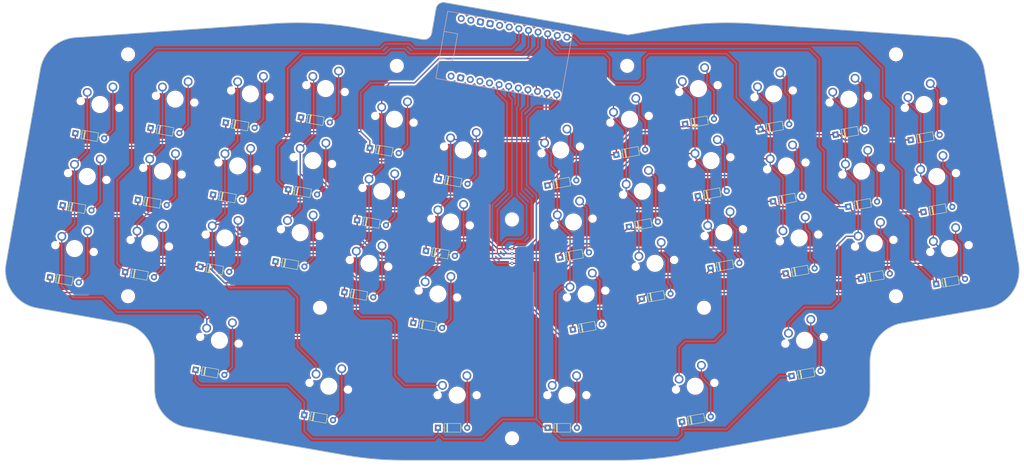
<source format=kicad_pcb>
(kicad_pcb (version 20221018) (generator pcbnew)
  (layers (0 "F.Cu" signal) (31 "B.Cu" signal) (34 "B.Paste" user) (35 "F.Paste" user) (36 "B.SilkS" user "B.Silkscreen") (37 "F.SilkS" user "F.Silkscreen") (38 "B.Mask" user) (39 "F.Mask" user) (44 "Edge.Cuts" user))
  (net 0 "")
  (net 1 "ROW0")
  (net 2 "Net-(D1-A)")
  (net 3 "Net-(D2-A)")
  (net 4 "Net-(D3-A)")
  (net 5 "Net-(D4-A)")
  (net 6 "Net-(D5-A)")
  (net 7 "Net-(D6-A)")
  (net 8 "ROW3")
  (net 9 "Net-(D7-A)")
  (net 10 "Net-(D8-A)")
  (net 11 "Net-(D9-A)")
  (net 12 "Net-(D10-A)")
  (net 13 "Net-(D11-A)")
  (net 14 "Net-(D12-A)")
  (net 15 "ROW1")
  (net 16 "Net-(D13-A)")
  (net 17 "Net-(D14-A)")
  (net 18 "Net-(D15-A)")
  (net 19 "Net-(D16-A)")
  (net 20 "Net-(D17-A)")
  (net 21 "Net-(D18-A)")
  (net 22 "ROW4")
  (net 23 "Net-(D19-A)")
  (net 24 "Net-(D20-A)")
  (net 25 "Net-(D21-A)")
  (net 26 "Net-(D22-A)")
  (net 27 "Net-(D23-A)")
  (net 28 "Net-(D24-A)")
  (net 29 "ROW2")
  (net 30 "Net-(D25-A)")
  (net 31 "Net-(D26-A)")
  (net 32 "Net-(D27-A)")
  (net 33 "Net-(D28-A)")
  (net 34 "Net-(D29-A)")
  (net 35 "Net-(D30-A)")
  (net 36 "ROW5")
  (net 37 "Net-(D31-A)")
  (net 38 "Net-(D32-A)")
  (net 39 "Net-(D33-A)")
  (net 40 "Net-(D34-A)")
  (net 41 "Net-(D35-A)")
  (net 42 "Net-(D36-A)")
  (net 43 "ROW6")
  (net 44 "Net-(D37-A)")
  (net 45 "Net-(D38-A)")
  (net 46 "Net-(D39-A)")
  (net 47 "Net-(D40-A)")
  (net 48 "Net-(D41-A)")
  (net 49 "Net-(D42-A)")
  (net 50 "COL0")
  (net 51 "COL1")
  (net 52 "COL2")
  (net 53 "COL3")
  (net 54 "COL4")
  (net 55 "COL5")
  (footprint "mx:MX-Solderable-1U" (layer "F.Cu") (at 238.358641 81.418668 10)
    (fp_text reference "MX29")
    (fp_text value "MX")
  )
  (footprint "mx:MX-Solderable-1U" (layer "F.Cu") (at 59.589358 62.65808 -10)
    (fp_text reference "MX5")
    (fp_text value "MX")
  )
  (footprint "Diode_THT:D_DO-35_SOD27_P7.62mm_Horizontal" (layer "F.Cu") (at 218.631022 108.036213 10)
    (fp_text reference "D34" hide)
    (fp_text value "1N4148" hide)
  )
  (footprint "Diode_THT:D_DO-35_SOD27_P7.62mm_Horizontal" (layer "F.Cu") (at 192.427439 69.132888 10)
    (fp_text reference "D21" hide)
    (fp_text value "1N4148" hide)
  )
  (footprint "Diode_THT:D_DO-35_SOD27_P7.62mm_Horizontal" (layer "F.Cu") (at 251.1902 73.279335 10)
    (fp_text reference "D24" hide)
    (fp_text value "1N4148" hide)
  )
  (footprint "Diode_THT:D_DO-35_SOD27_P7.62mm_Horizontal" (layer "F.Cu") (at 92.364484 67.396406 -10)
    (fp_text reference "D3" hide)
    (fp_text value "1N4148" hide)
  )
  (footprint "mx:MX-Solderable-1U" (layer "F.Cu") (at 128.015713 113.411247 -10)
    (fp_text reference "MX13")
    (fp_text value "MX")
  )
  (footprint "Diode_THT:D_DO-35_SOD27_P7.62mm_Horizontal" (layer "F.Cu") (at 163.176258 122.650353 10)
    (fp_text reference "D31" hide)
    (fp_text value "1N4148" hide)
  )
  (footprint "mx:MX-Solderable-1U" (layer "F.Cu") (at 160.008292 75.890071 10)
    (fp_text reference "MX19")
    (fp_text value "MX")
  )
  (footprint "mx:MX-Solderable-1U" (layer "F.Cu") (at 56.28136 81.418668 -10)
    (fp_text reference "MX11")
    (fp_text value "MX")
  )
  (footprint "mx:MX-Solderable-1U" (layer "F.Cu") (at 36.693773 82.800817 -10)
    (fp_text reference "MX12")
    (fp_text value "MX")
  )
  (footprint "mx:MX-Solderable-1U" (layer "F.Cu") (at 199.183466 78.654369 10)
    (fp_text reference "MX27")
    (fp_text value "MX")
  )
  (footprint "mx:MX-Solderable-1U" (layer "F.Cu") (at 79.176945 61.275931 -10)
    (fp_text reference "MX4")
    (fp_text value "MX")
  )
  (footprint "mx:MX-Solderable-1U" (layer "F.Cu") (at 218.771054 80.036518 10)
    (fp_text reference "MX28")
    (fp_text value "MX")
  )
  (footprint "mx:MX-Solderable-1U" (layer "F.Cu") (at 71.12 125.458482 -10)
    (fp_text reference "MX37")
    (fp_text value "MX")
  )
  (footprint "Diode_THT:D_DO-35_SOD27_P7.62mm_Horizontal" (layer "F.Cu") (at 199.043434 106.654063 10)
    (fp_text reference "D33" hide)
    (fp_text value "1N4148" hide)
  )
  (footprint "Diode_THT:D_DO-35_SOD27_P7.62mm_Horizontal" (layer "F.Cu") (at 156.560262 85.129177 10)
    (fp_text reference "D19" hide)
    (fp_text value "1N4148" hide)
  )
  (footprint "mx:MX-Solderable-1U" (layer "F.Cu") (at 95.456534 78.65437 -10)
    (fp_text reference "MX9")
    (fp_text value "MX")
  )
  (footprint "mx:MX-Solderable-1.5U" (layer "F.Cu") (at 161.6075 139.745982)
    (fp_text reference "MX40")
    (fp_text value "MX")
  )
  (footprint "mx:MX-Solderable-1U" (layer "F.Cu") (at 72.560949 98.797106 -10)
    (fp_text reference "MX16")
    (fp_text value "MX")
  )
  (footprint "Diode_THT:D_DO-35_SOD27_P7.62mm_Horizontal" (layer "F.Cu") (at 215.323024 89.275625 10)
    (fp_text reference "D28" hide)
    (fp_text value "1N4148" hide)
  )
  (footprint "Diode_THT:D_DO-35_SOD27_P7.62mm_Horizontal" (layer "F.Cu") (at 103.682076 112.915726 -10)
    (fp_text reference "D14" hide)
    (fp_text value "1N4148" hide)
  )
  (footprint "mx:MX-Solderable-1U" (layer "F.Cu") (at 52.973362 100.179256 -10)
    (fp_text reference "MX17")
    (fp_text value "MX")
  )
  (footprint "mx:MX-Solderable-1U" (layer "F.Cu") (at 222.079051 98.797106 10)
    (fp_text reference "MX34")
    (fp_text value "MX")
  )
  (footprint "MountingHole:MountingHole_3.2mm_M3" (layer "F.Cu") (at 247.32 50.98)
    (fp_text reference "REF02" hide)
    (fp_text value "MountingHole_3.2mm_M3" hide)
  )
  (footprint "mx:MX-Solderable-1U" (layer "F.Cu") (at 254.63823 64.040229 10)
    (fp_text reference "MX24")
    (fp_text value "MX")
  )
  (footprint "mx:MX-Solderable-1U" (layer "F.Cu") (at 134.631709 75.890071 -10)
    (fp_text reference "MX1")
    (fp_text value "MX")
  )
  (footprint "Diode_THT:D_DO-35_SOD27_P7.62mm_Horizontal" (layer "F.Cu") (at 220.162007 134.77657 10)
    (fp_text reference "D42" hide)
    (fp_text value "1N4148" hide)
  )
  (footprint "mx:MX-Solderable-1U" (layer "F.Cu") (at 40.001771 64.040229 -10)
    (fp_text reference "MX6")
    (fp_text value "MX")
  )
  (footprint "Diode_THT:D_DO-35_SOD27_P7.62mm_Horizontal" (layer "F.Cu") (at 110.298072 75.394551 -10)
    (fp_text reference "D2" hide)
    (fp_text value "1N4148" hide)
  )
  (footprint "Diode_THT:D_DO-35_SOD27_P7.62mm_Horizontal" (layer "F.Cu") (at 254.498198 92.039923 10)
    (fp_text reference "D30" hide)
    (fp_text value "1N4148" hide)
  )
  (footprint "mx:MX-Solderable-1U" (layer "F.Cu") (at 131.323711 94.650659 -10)
    (fp_text reference "MX7")
    (fp_text value "MX")
  )
  (footprint "mx:MX-Solderable-1U" (layer "F.Cu") (at 241.666638 100.179255 10)
    (fp_text reference "MX35")
    (fp_text value "MX")
  )
  (footprint "mx:MX-Solderable-1U" (layer "F.Cu") (at 113.390122 86.652514 -10)
    (fp_text reference "MX8")
    (fp_text value "MX")
  )
  (footprint "Diode_THT:D_DO-35_SOD27_P7.62mm_Horizontal" (layer "F.Cu") (at 234.910611 90.657774 10)
    (fp_text reference "D29" hide)
    (fp_text value "1N4148" hide)
  )
  (footprint "mx:MX-Solderable-1U" (layer "F.Cu") (at 257.946228 82.800817 10)
    (fp_text reference "MX30")
    (fp_text value "MX")
  )
  (footprint "mx:MX-Solderable-1U" (layer "F.Cu") (at 235.050643 62.65808 10)
    (fp_text reference "MX23")
    (fp_text value "MX")
  )
  (footprint "mx:MX-Solderable-1U" (layer "F.Cu") (at 116.69812 67.891927 -10)
    (fp_text reference "MX2")
    (fp_text value "MX")
  )
  (footprint "Diode_THT:D_DO-35_SOD27_P7.62mm_Horizontal" (layer "F.Cu") (at 231.602613 71.897186 10)
    (fp_text reference "D23" hide)
    (fp_text value "1N4148" hide)
  )
  (footprint "Diode_THT:D_DO-35_SOD27_P7.62mm_Horizontal" (layer "F.Cu") (at 72.776896 68.778555 -10)
    (fp_text reference "D4" hide)
    (fp_text value "1N4148" hide)
  )
  (footprint "MountingHole:MountingHole_3.2mm_M3" (layer "F.Cu") (at 147.32 150.98)
    (fp_text reference "REF05" hide)
    (fp_text value "MountingHole_3.2mm_M3" hide)
  )
  (footprint "MountingHole:MountingHole_3.2mm_M3" (layer "F.Cu") (at 177.32 53.98)
    (fp_text reference "REF01" hide)
    (fp_text value "MountingHole_3.2mm_M3" hide)
  )
  (footprint "Diode_THT:D_DO-35_SOD27_P7.62mm_Horizontal" (layer "F.Cu") (at 30.293724 90.303441 -10)
    (fp_text reference "D12" hide)
    (fp_text value "1N4148" hide)
  )
  (footprint "Diode_THT:D_DO-35_SOD27_P7.62mm_Horizontal" (layer "F.Cu") (at 156.6075 148.245982)
    (fp_text reference "D40" hide)
    (fp_text value "1N4148" hide)
  )
  (footprint "MountingHole:MountingHole_3.2mm_M3" (layer "F.Cu") (at 47.32 50.98)
    (fp_text reference "REF09" hide)
    (fp_text value "MountingHole_3.2mm_M3" hide)
  )
  (footprint "Diode_THT:D_DO-35_SOD27_P7.62mm_Horizontal" (layer "F.Cu") (at 64.912489 133.142588 -10)
    (fp_text reference "D37" hide)
    (fp_text value "1N4148" hide)
  )
  (footprint "Diode_THT:D_DO-35_SOD27_P7.62mm_Horizontal" (layer "F.Cu") (at 128.0325 148.245982)
    (fp_text reference "D39" hide)
    (fp_text value "1N4148" hide)
  )
  (footprint "MountingHole:MountingHole_3.2mm_M3" (layer "F.Cu") (at 47.32 113.98)
    (fp_text reference "REF08" hide)
    (fp_text value "MountingHole_3.2mm_M3" hide)
  )
  (footprint "MountingHole:MountingHole_3.2mm_M3" (layer "F.Cu") (at 197.32 116.98)
    (fp_text reference "REF04" hide)
    (fp_text value "MountingHole_3.2mm_M3" hide)
  )
  (footprint "Diode_THT:D_DO-35_SOD27_P7.62mm_Horizontal" (layer "F.Cu") (at 177.801848 95.89162 10)
    (fp_text reference "D26" hide)
    (fp_text value "1N4148" hide)
  )
  (footprint "Diode_THT:D_DO-35_SOD27_P7.62mm_Horizontal" (layer "F.Cu") (at 174.493851 77.131033 10)
    (fp_text reference "D20" hide)
    (fp_text value "1N4148" hide)
  )
  (footprint "mx:MX-Solderable-1U" (layer "F.Cu") (at 223.52 125.458482 10)
    (fp_text reference "MX42")
    (fp_text value "MX")
  )
  (footprint "Diode_THT:D_DO-35_SOD27_P7.62mm_Horizontal" (layer "F.Cu") (at 93.202933 144.919755 -10)
    (fp_text reference "D38" hide)
    (fp_text value "1N4148" hide)
  )
  (footprint "mx:MX-Solderable-1U" (layer "F.Cu") (at 75.868947 80.036519 -10)
    (fp_text reference "MX10")
    (fp_text value "MX")
  )
  (footprint "Diode_THT:D_DO-35_SOD27_P7.62mm_Horizontal" (layer "F.Cu") (at 106.990074 94.155139 -10)
    (fp_text reference "D8" hide)
    (fp_text value "1N4148" hide)
  )
  (footprint "Diode_THT:D_DO-35_SOD27_P7.62mm_Horizontal" (layer "F.Cu") (at 121.615665 120.913871 -10)
    (fp_text reference "D13" hide)
    (fp_text value "1N4148" hide)
  )
  (footprint "mx:MX-Solderable-1U" (layer "F.Cu") (at 261.254226 101.561404 10)
    (fp_text reference "MX36")
    (fp_text value "MX")
  )
  (footprint "Diode_THT:D_DO-35_SOD27_P7.62mm_Horizontal" (layer "F.Cu") (at 85.748488 104.917582 -10)
    (fp_text reference "D15" hide)
    (fp_text value "1N4148" hide)
  )
  (footprint "Diode_THT:D_DO-35_SOD27_P7.62mm_Horizontal" (layer "F.Cu") (at 53.189309 70.160705 -10)
    (fp_text reference "D5" hide)
    (fp_text value "1N4148" hide)
  )
  (footprint "MountingHole:MountingHole_3.2mm_M3" (layer "F.Cu") (at 147.32 93.98)
    (fp_text reference "REF06" hide)
    (fp_text value "MountingHole_3.2mm_M3" hide)
  )
  (footprint "mx:MX-Solderable-1U" (layer "F.Cu") (at 110.082125 105.413102 -10)
    (fp_text reference "MX14")
    (fp_text value "MX")
  )
  (footprint "Diode_THT:D_DO-35_SOD27_P7.62mm_Horizontal" (layer "F.Cu") (at 128.23166 83.392696 -10)
    (fp_text reference "D1" hide)
    (fp_text value "1N4148" hide)
  )
  (footprint "Diode_THT:D_DO-35_SOD27_P7.62mm_Horizontal" (layer "F.Cu") (at 69.468899 87.539143 -10)
    (fp_text reference "D10" hide)
    (fp_text value "1N4148" hide)
  )
  (footprint "Diode_THT:D_DO-35_SOD27_P7.62mm_Horizontal" (layer "F.Cu") (at 49.881312 88.921292 -10)
    (fp_text reference "D11" hide)
    (fp_text value "1N4148" hide)
  )
  (footprint "Diode_THT:D_DO-35_SOD27_P7.62mm_Horizontal" (layer "F.Cu") (at 46.573314 107.68188 -10)
    (fp_text reference "D17" hide)
    (fp_text value "1N4148" hide)
  )
  (footprint "mx:MX-Solderable-1.5U" (layer "F.Cu") (at 195.037019 137.417131 10)
    (fp_text reference "MX41")
    (fp_text value "MX")
  )
  (footprint "Diode_THT:D_DO-35_SOD27_P7.62mm_Horizontal" (layer "F.Cu") (at 238.218609 109.418362 10)
    (fp_text reference "D35" hide)
    (fp_text value "1N4148" hide)
  )
  (footprint "mx:MX-Solderable-1U" (layer "F.Cu") (at 163.31629 94.650659 10)
    (fp_text reference "MX25")
    (fp_text value "MX")
  )
  (footprint "Diode_THT:D_DO-35_SOD27_P7.62mm_Horizontal" (layer "F.Cu") (at 33.601722 71.542854 -10)
    (fp_text reference "D6" hide)
    (fp_text value "1N4148" hide)
  )
  (footprint "mx:MX-Solderable-1U" (layer "F.Cu") (at 166.624288 113.411246 10)
    (fp_text reference "MX31")
    (fp_text value "MX")
  )
  (footprint "Diode_THT:D_DO-35_SOD27_P7.62mm_Horizontal" (layer "F.Cu") (at 195.735437 87.893476 10)
    (fp_text reference "D27" hide)
    (fp_text value "1N4148" hide)
  )
  (footprint "mx:MX-Solderable-1U" (layer "F.Cu") (at 98.764532 59.893782 -10)
    (fp_text reference "MX3")
    (fp_text value "MX")
  )
  (footprint "mx:MX-Solderable-1U" (layer "F.Cu") (at 181.249878 86.652514 10)
    (fp_text reference "MX26")
    (fp_text value "MX")
  )
  (footprint "mx:MX-Solderable-1.5U" (layer "F.Cu") (at 99.602982 137.417131 -10)
    (fp_text reference "MX38")
    (fp_text value "MX")
  )
  (footprint "MountingHole:MountingHole_3.2mm_M3" (layer "F.Cu") (at 97.32 116.98)
    (fp_text reference "REF07" hide)
    (fp_text value "MountingHole_3.2mm_M3" hide)
  )
  (footprint "mx:MX-Solderable-1U" (layer "F.Cu") (at 177.94188 67.891926 10)
    (fp_text reference "MX20")
    (fp_text value "MX")
  )
  (footprint "Diode_THT:D_DO-35_SOD27_P7.62mm_Horizontal" (layer "F.Cu") (at 212.015026 70.515037 10)
    (fp_text reference "D22" hide)
    (fp_text value "1N4148" hide)
  )
  (footprint "mx:MX-Solderable-1U" (layer "F.Cu") (at 215.463056 61.275931 10)
    (fp_text reference "MX22")
    (fp_text value "MX")
  )
  (footprint "Diode_THT:D_DO-35_SOD27_P7.62mm_Horizontal" (layer "F.Cu") (at 124.923662 102.153283 -10)
    (fp_text reference "D7" hide)
    (fp_text value "1N4148" hide)
  )
  (footprint "MountingHole:MountingHole_3.2mm_M3" (layer "F.Cu") (at 247.32 113.98)
    (fp_text reference "REF03" hide)
    (fp_text value "MountingHole_3.2mm_M3" hide)
  )
  (footprint "Diode_THT:D_DO-35_SOD27_P7.62mm_Horizontal" (layer "F.Cu") (at 26.985727 109.064029 -10)
    (fp_text reference "D18" hide)
    (fp_text value "1N4148" hide)
  )
  (footprint "Diode_THT:D_DO-35_SOD27_P7.62mm_Horizontal" (layer "F.Cu") (at 159.86826 103.889765 10)
    (fp_text reference "D25" hide)
    (fp_text value "1N4148" hide)
  )
  (footprint "mx:MX-Solderable-1.5U" (layer "F.Cu") (at 133.0325 139.745982)
    (fp_text reference "MX39")
    (fp_text value "MX")
  )
  (footprint "mx:MX-Solderable-1U" (layer "F.Cu") (at 195.875469 59.893782 10)
    (fp_text reference "MX21")
    (fp_text value "MX")
  )
  (footprint "mx:MX-Solderable-1U" (layer "F.Cu") (at 202.491464 97.414957 10)
    (fp_text reference "MX33")
    (fp_text value "MX")
  )
  (footprint "MountingHole:MountingHole_3.2mm_M3" (layer "F.Cu") (at 117.32 53.98)
    (fp_text reference "REF10" hide)
    (fp_text value "MountingHole_3.2mm_M3" hide)
  )
  (footprint "Diode_THT:D_DO-35_SOD27_P7.62mm_Horizontal" (layer "F.Cu") (at 66.160901 106.299731 -10)
    (fp_text reference "D16" hide)
    (fp_text value "1N4148" hide)
  )
  (footprint "mx:MX-Solderable-1U" (layer "F.Cu") (at 92.148536 97.414957 -10)
    (fp_text reference "MX15")
    (fp_text value "MX")
  )
  (footprint "mx:MX-Solderable-1U" (layer "F.Cu") (at 33.385775 101.561405 -10)
    (fp_text reference "MX18")
    (fp_text value "MX")
  )
  (footprint "Diode_THT:D_DO-35_SOD27_P7.62mm_Horizontal" (layer "F.Cu") (at 191.588989 146.656237 10)
    (fp_text reference "D41" hide)
    (fp_text value "1N4148" hide)
  )
  (footprint "Diode_THT:D_DO-35_SOD27_P7.62mm_Horizontal" (layer "F.Cu") (at 89.056486 86.156994 -10)
    (fp_text reference "D9" hide)
    (fp_text value "1N4148" hide)
  )
  (footprint "Diode_THT:D_DO-35_SOD27_P7.62mm_Horizontal" (layer "F.Cu") (at 257.806196 110.800511 10)
    (fp_text reference "D36" hide)
    (fp_text value "1N4148" hide)
  )
  (footprint "Diode_THT:D_DO-35_SOD27_P7.62mm_Horizontal" (layer "F.Cu") (at 181.109846 114.652208 10)
    (fp_text reference "D32" hide)
    (fp_text value "1N4148" hide)
  )
  (footprint "mx:MX-Solderable-1U" (layer "F.Cu") (at 184.557876 105.413102 10)
    (fp_text reference "MX32")
    (fp_text value "MX")
  )
  (footprint "PCM_marbastlib-xp-promicroish:ProMicro_USBup" (layer "B.Cu") (at 146.532619 51.587431 -100)
    (fp_text reference "U1" hide)
    (fp_text value "ProMicro" hide)
  )
  (gr_circle (center 147.32 93.98) (end 148.82 93.98) (stroke (width 0.2)) (fill none) (layer "F.Cu"))
  (gr_arc (start 279.296085 105.503039) (mid 277.639519 112.975276) (end 271.184489 117.087599) (stroke (width 0.2)) (layer "Edge.Cuts"))
  (gr_line (start 85.105127 42.936721) (end 33.595839 46.571345) (stroke (width 0.2)) (layer "Edge.Cuts"))
  (gr_line (start 23.624693 117.087599) (end 45.941073 121.022579) (stroke (width 0.2)) (layer "Edge.Cuts"))
  (gr_arc (start 24.451637 54.81006) (mid 27.606058 49.11721) (end 33.595839 46.571345) (stroke (width 0.2)) (layer "Edge.Cuts"))
  (gr_line (start 248.868109 121.022579) (end 271.184489 117.087599) (stroke (width 0.2)) (layer "Edge.Cuts"))
  (gr_line (start 24.451637 54.81006) (end 15.513097 105.503039) (stroke (width 0.2)) (layer "Edge.Cuts"))
  (gr_arc (start 85.105127 42.936721) (mid 96.12181 42.835353) (end 107.068337 44.080798) (stroke (width 0.2)) (layer "Edge.Cuts"))
  (gr_line (start 126.374709 45.454179) (end 127.499081 39.077549) (stroke (width 0.2)) (layer "Edge.Cuts"))
  (gr_arc (start 240.604591 130.870656) (mid 242.944163 124.442804) (end 248.868109 121.022579) (stroke (width 0.2)) (layer "Edge.Cuts"))
  (gr_line (start 240.604591 130.870656) (end 240.604591 138.26851) (stroke (width 0.2)) (layer "Edge.Cuts"))
  (gr_line (start 129.815993 37.45523) (end 177.566152 45.874871) (stroke (width 0.2)) (layer "Edge.Cuts"))
  (gr_line (start 119.281818 156.745982) (end 175.527364 156.745982) (stroke (width 0.2)) (layer "Edge.Cuts"))
  (gr_arc (start 45.941073 121.022579) (mid 51.865036 124.44278) (end 54.204591 130.870656) (stroke (width 0.2)) (layer "Edge.Cuts"))
  (gr_arc (start 23.624693 117.087599) (mid 17.169654 112.975286) (end 15.513097 105.503039) (stroke (width 0.2)) (layer "Edge.Cuts"))
  (gr_line (start 62.468109 148.116587) (end 103.653482 155.37868) (stroke (width 0.2)) (layer "Edge.Cuts"))
  (gr_arc (start 127.499081 39.077549) (mid 128.321544 37.786541) (end 129.815993 37.45523) (stroke (width 0.2)) (layer "Edge.Cuts"))
  (gr_arc (start 62.468109 148.116587) (mid 56.544146 144.696386) (end 54.204591 138.26851) (stroke (width 0.2)) (layer "Edge.Cuts"))
  (gr_line (start 107.068337 44.080798) (end 124.057797 47.076498) (stroke (width 0.2)) (layer "Edge.Cuts"))
  (gr_arc (start 261.213343 46.571345) (mid 267.203125 49.11721) (end 270.357545 54.81006) (stroke (width 0.2)) (layer "Edge.Cuts"))
  (gr_arc (start 240.604591 138.26851) (mid 238.265032 144.69638) (end 232.341073 148.116587) (stroke (width 0.2)) (layer "Edge.Cuts"))
  (gr_line (start 209.704055 42.936721) (end 261.213343 46.571345) (stroke (width 0.2)) (layer "Edge.Cuts"))
  (gr_line (start 54.204591 130.870656) (end 54.204591 138.26851) (stroke (width 0.2)) (layer "Edge.Cuts"))
  (gr_arc (start 191.1557 155.37868) (mid 183.371381 156.403503) (end 175.527364 156.745982) (stroke (width 0.2)) (layer "Edge.Cuts"))
  (gr_arc (start 126.374709 45.454179) (mid 125.552246 46.745187) (end 124.057797 47.076498) (stroke (width 0.2)) (layer "Edge.Cuts"))
  (gr_arc (start 187.740845 44.080798) (mid 198.687372 42.835353) (end 209.704055 42.936721) (stroke (width 0.2)) (layer "Edge.Cuts"))
  (gr_line (start 270.357545 54.81006) (end 279.296085 105.503039) (stroke (width 0.2)) (layer "Edge.Cuts"))
  (gr_arc (start 119.281818 156.745982) (mid 111.437801 156.403505) (end 103.653482 155.37868) (stroke (width 0.2)) (layer "Edge.Cuts"))
  (gr_line (start 191.1557 155.37868) (end 232.341073 148.116587) (stroke (width 0.2)) (layer "Edge.Cuts"))
  (gr_line (start 177.566152 45.874871) (end 187.740845 44.080798) (stroke (width 0.2)) (layer "Edge.Cuts"))
  (segment (start 110.298072 73.468072) (end 110.298072 75.394551) (width 0.35) (layer "F.Cu") (net 1))
  (segment (start 127 78.74) (end 111.76 78.74) (width 0.35) (layer "F.Cu") (net 1))
  (segment (start 128.27 80.01) (end 127 78.74) (width 0.35) (layer "F.Cu") (net 1))
  (segment (start 78.74 72.39) (end 77.47 71.12) (width 0.35) (layer "F.Cu") (net 1))
  (segment (start 128.23166 83.392696) (end 128.23166 80.04834) (width 0.35) (layer "F.Cu") (net 1))
  (segment (start 110.298072 77.278072) (end 110.298072 75.394551) (width 0.35) (layer "F.Cu") (net 1))
  (segment (start 107.95 71.12) (end 93.98 71.12) (width 0.35) (layer "F.Cu") (net 1))
  (segment (start 33.601722 72.971722) (end 33.601722 71.542854) (width 0.35) (layer "F.Cu") (net 1))
  (segment (start 89.478968 72.39) (end 78.74 72.39) (width 0.35) (layer "F.Cu") (net 1))
  (segment (start 73.66 71.12) (end 72.776896 70.236896) (width 0.35) (layer "F.Cu") (net 1))
  (segment (start 53.189309 72.239309) (end 53.189309 72.540691) (width 0.35) (layer "F.Cu") (net 1))
  (segment (start 92.364484 69.504484) (end 89.478968 72.39) (width 0.35) (layer "F.Cu") (net 1))
  (segment (start 50.8 74.93) (end 35.56 74.93) (width 0.35) (layer "F.Cu") (net 1))
  (segment (start 62.23 73.66) (end 54.61 73.66) (width 0.35) (layer "F.Cu") (net 1))
  (segment (start 53.189309 72.239309) (end 53.189309 70.160705) (width 0.35) (layer "F.Cu") (net 1))
  (segment (start 93.98 71.12) (end 92.364484 69.504484) (width 0.35) (layer "F.Cu") (net 1))
  (segment (start 72.776896 70.236896) (end 72.776896 68.778555) (width 0.35) (layer "F.Cu") (net 1))
  (segment (start 54.61 73.66) (end 53.189309 72.239309) (width 0.35) (layer "F.Cu") (net 1))
  (segment (start 64.77 71.12) (end 62.23 73.66) (width 0.35) (layer "F.Cu") (net 1))
  (segment (start 107.95 71.12) (end 110.298072 73.468072) (width 0.35) (layer "F.Cu") (net 1))
  (segment (start 72.776896 70.236896) (end 71.893792 71.12) (width 0.35) (layer "F.Cu") (net 1))
  (segment (start 77.47 71.12) (end 73.66 71.12) (width 0.35) (layer "F.Cu") (net 1))
  (segment (start 111.76 78.74) (end 110.298072 77.278072) (width 0.35) (layer "F.Cu") (net 1))
  (segment (start 71.893792 71.12) (end 64.77 71.12) (width 0.35) (layer "F.Cu") (net 1))
  (segment (start 35.56 74.93) (end 33.601722 72.971722) (width 0.35) (layer "F.Cu") (net 1))
  (segment (start 92.364484 69.504484) (end 92.364484 67.396406) (width 0.35) (layer "F.Cu") (net 1))
  (segment (start 128.23166 80.04834) (end 128.27 80.01) (width 0.35) (layer "F.Cu") (net 1))
  (segment (start 53.189309 72.540691) (end 50.8 74.93) (width 0.35) (layer "F.Cu") (net 1))
  (segment (start 107.95 71.12) (end 107.95 60.96) (width 0.35) (layer "B.Cu") (net 1))
  (segment (start 121.92 58.42) (end 128.27 52.07) (width 0.35) (layer "B.Cu") (net 1))
  (segment (start 110.49 58.42) (end 121.92 58.42) (width 0.35) (layer "B.Cu") (net 1))
  (segment (start 110.298072 73.468072) (end 107.95 71.12) (width 0.35) (layer "B.Cu") (net 1))
  (segment (start 151.13 52.07) (end 154.109347 49.090653) (width 0.35) (layer "B.Cu") (net 1))
  (segment (start 128.27 52.07) (end 151.13 52.07) (width 0.35) (layer "B.Cu") (net 1))
  (segment (start 107.95 60.96) (end 110.49 58.42) (width 0.35) (layer "B.Cu") (net 1))
  (segment (start 154.109347 49.090653) (end 154.109347 45.185862) (width 0.35) (layer "B.Cu") (net 1))
  (segment (start 110.298072 75.394551) (end 110.298072 73.468072) (width 0.35) (layer "B.Cu") (net 1))
  (segment (start 138.015253 82.436537) (end 138.015253 71.328314) (width 0.35) (layer "B.Cu") (net 2))
  (segment (start 135.735895 84.715895) (end 138.015253 82.436537) (width 0.35) (layer "B.Cu") (net 2))
  (segment (start 117.802307 76.71775) (end 120.081664 74.438393) (width 0.35) (layer "B.Cu") (net 3))
  (segment (start 120.081664 74.438393) (end 120.081664 63.33017) (width 0.35) (layer "B.Cu") (net 3))
  (segment (start 99.868719 68.719605) (end 102.148076 66.440248) (width 0.35) (layer "B.Cu") (net 4))
  (segment (start 102.148076 66.440248) (end 102.148076 55.332025) (width 0.35) (layer "B.Cu") (net 4))
  (segment (start 80.281131 70.101754) (end 82.560489 67.822396) (width 0.35) (layer "B.Cu") (net 5))
  (segment (start 82.560489 67.822396) (end 82.560489 56.714174) (width 0.35) (layer "B.Cu") (net 5))
  (segment (start 62.972902 69.204546) (end 62.972902 58.096323) (width 0.35) (layer "B.Cu") (net 6))
  (segment (start 60.693544 71.483904) (end 62.972902 69.204546) (width 0.35) (layer "B.Cu") (net 6))
  (segment (start 41.105957 72.866053) (end 43.385315 70.586695) (width 0.35) (layer "B.Cu") (net 7))
  (segment (start 43.385315 70.586695) (end 43.385315 59.478472) (width 0.35) (layer "B.Cu") (net 7))
  (segment (start 178.435 71.12) (end 186.055 71.12) (width 0.35) (layer "F.Cu") (net 8))
  (segment (start 193.04 69.85) (end 196.85 69.85) (width 0.35) (layer "F.Cu") (net 8))
  (segment (start 191.710327 69.85) (end 192.427439 69.132888) (width 0.35) (layer "F.Cu") (net 8))
  (segment (start 174.493851 75.061149) (end 178.435 71.12) (width 0.35) (layer "F.Cu") (net 8))
  (segment (start 212.755037 70.515037) (end 214.137186 71.897186) (width 0.35) (layer "F.Cu") (net 8))
  (segment (start 214.137186 71.897186) (end 231.602613 71.897186) (width 0.35) (layer "F.Cu") (net 8))
  (segment (start 186.055 71.12) (end 187.325 69.85) (width 0.35) (layer "F.Cu") (net 8))
  (segment (start 169.545 78.105) (end 170.518967 77.131033) (width 0.35) (layer "F.Cu") (net 8))
  (segment (start 156.560262 85.129177) (end 163.584439 78.105) (width 0.35) (layer "F.Cu") (net 8))
  (segment (start 232.552186 71.897186) (end 233.934335 73.279335) (width 0.35) (layer "F.Cu") (net 8))
  (segment (start 196.85 69.85) (end 197.515037 70.515037) (width 0.35) (layer "F.Cu") (net 8))
  (segment (start 197.515037 70.515037) (end 212.015026 70.515037) (width 0.35) (layer "F.Cu") (net 8))
  (segment (start 192.427439 69.237439) (end 193.04 69.85) (width 0.35) (layer "F.Cu") (net 8))
  (segment (start 170.518967 77.131033) (end 174.493851 77.131033) (width 0.35) (layer "F.Cu") (net 8))
  (segment (start 174.493851 77.131033) (end 174.493851 75.061149) (width 0.35) (layer "F.Cu") (net 8))
  (segment (start 231.602613 71.897186) (end 232.552186 71.897186) (width 0.35) (layer "F.Cu") (net 8))
  (segment (start 187.325 69.85) (end 191.710327 69.85) (width 0.35) (layer "F.Cu") (net 8))
  (segment (start 233.934335 73.279335) (end 251.1902 73.279335) (width 0.35) (layer "F.Cu") (net 8))
  (segment (start 212.015026 70.515037) (end 212.755037 70.515037) (width 0.35) (layer "F.Cu") (net 8))
  (segment (start 163.584439 78.105) (end 169.545 78.105) (width 0.35) (layer "F.Cu") (net 8))
  (segment (start 205.74 62.23) (end 212.09 68.58) (width 0.35) (layer "B.Cu") (net 8))
  (segment (start 173.99 58.42) (end 180.34 58.42) (width 0.35) (layer "B.Cu") (net 8))
  (segment (start 158.75 50.8) (end 171.45 50.8) (width 0.35) (layer "B.Cu") (net 8))
  (segment (start 172.72 52.07) (end 172.72 57.15) (width 0.35) (layer "B.Cu") (net 8))
  (segment (start 203.2 50.8) (end 205.74 53.34) (width 0.35) (layer "B.Cu") (net 8))
  (segment (start 180.34 58.42) (end 181.61 57.15) (width 0.35) (layer "B.Cu") (net 8))
  (segment (start 171.45 50.8) (end 172.72 52.07) (width 0.35) (layer "B.Cu") (net 8))
  (segment (start 212.09 68.58) (end 212.015026 68.654974) (width 0.35) (layer "B.Cu") (net 8))
  (segment (start 205.74 53.34) (end 205.74 62.23) (width 0.35) (layer "B.Cu") (net 8))
  (segment (start 181.61 52.07) (end 182.88 50.8) (width 0.35) (layer "B.Cu") (net 8))
  (segment (start 156.610759 45.626928) (end 156.610759 48.660759) (width 0.35) (layer "B.Cu") (net 8))
  (segment (start 212.015026 68.654974) (end 212.015026 70.515037) (width 0.35) (layer "B.Cu") (net 8))
  (segment (start 181.61 57.15) (end 181.61 52.07) (width 0.35) (layer "B.Cu") (net 8))
  (segment (start 156.610759 48.660759) (end 158.75 50.8) (width 0.35) (layer "B.Cu") (net 8))
  (segment (start 182.88 50.8) (end 203.2 50.8) (width 0.35) (layer "B.Cu") (net 8))
  (segment (start 172.72 57.15) (end 173.99 58.42) (width 0.35) (layer "B.Cu") (net 8))
  (segment (start 134.707255 101.197124) (end 134.707255 90.088902) (width 0.35) (layer "B.Cu") (net 9))
  (segment (start 132.427897 103.476482) (end 134.707255 101.197124) (width 0.35) (layer "B.Cu") (net 9))
  (segment (start 116.773666 93.198981) (end 116.773666 82.090757) (width 0.35) (layer "B.Cu") (net 10))
  (segment (start 114.494309 95.478338) (end 116.773666 93.198981) (width 0.35) (layer "B.Cu") (net 10))
  (segment (start 96.560721 87.480193) (end 98.840078 85.200836) (width 0.35) (layer "B.Cu") (net 11))
  (segment (start 98.840078 85.200836) (end 98.840078 74.092613) (width 0.35) (layer "B.Cu") (net 11))
  (segment (start 76.973134 88.862342) (end 79.252491 86.582985) (width 0.35) (layer "B.Cu") (net 12))
  (segment (start 79.252491 86.582985) (end 79.252491 75.474762) (width 0.35) (layer "B.Cu") (net 12))
  (segment (start 57.385547 90.244491) (end 59.664904 87.965134) (width 0.35) (layer "B.Cu") (net 13))
  (segment (start 59.664904 87.965134) (end 59.664904 76.856911) (width 0.35) (layer "B.Cu") (net 13))
  (segment (start 40.077317 89.347282) (end 40.077317 78.23906) (width 0.35) (layer "B.Cu") (net 14))
  (segment (start 37.797959 91.62664) (end 40.077317 89.347282) (width 0.35) (layer "B.Cu") (net 14))
  (segment (start 36.83 93.98) (end 39.37 93.98) (width 0.35) (layer "F.Cu") (net 15))
  (segment (start 74.93 91.44) (end 73.66 90.17) (width 0.35) (layer "F.Cu") (net 15))
  (segment (start 67.31 91.44) (end 59.69 91.44) (width 0.35) (layer "F.Cu") (net 15))
  (segment (start 89.056486 86.156994) (end 89.056486 87.473514) (width 0.35) (layer "F.Cu") (net 15))
  (segment (start 73.66 90.17) (end 70.357798 90.17) (width 0.35) (layer "F.Cu") (net 15))
  (segment (start 49.881312 90.521312) (end 49.881312 88.921292) (width 0.35) (layer "F.Cu") (net 15))
  (segment (start 107.95 96.52) (end 111.76 96.52) (width 0.35) (layer "F.Cu") (net 15))
  (segment (start 58.42 92.71) (end 52.07 92.71) (width 0.35) (layer "F.Cu") (net 15))
  (segment (start 39.37 93.98) (end 40.64 92.71) (width 0.35) (layer "F.Cu") (net 15))
  (segment (start 69.468899 89.281101) (end 67.31 91.44) (width 0.35) (layer "F.Cu") (net 15))
  (segment (start 30.293724 91.253724) (end 31.75 92.71) (width 0.35) (layer "F.Cu") (net 15))
  (segment (start 113.03 97.79) (end 123.19 97.79) (width 0.35) (layer "F.Cu") (net 15))
  (segment (start 106.990074 94.155139) (end 106.990074 95.560074) (width 0.35) (layer "F.Cu") (net 15))
  (segment (start 96.52 90.17) (end 105.41 90.17) (width 0.35) (layer "F.Cu") (net 15))
  (segment (start 59.69 91.44) (end 58.42 92.71) (width 0.35) (layer "F.Cu") (net 15))
  (segment (start 31.75 92.71) (end 35.56 92.71) (width 0.35) (layer "F.Cu") (net 15))
  (segment (start 106.990074 91.750074) (end 106.990074 94.155139) (width 0.35) (layer "F.Cu") (net 15))
  (segment (start 52.07 92.71) (end 49.881312 90.521312) (width 0.35) (layer "F.Cu") (net 15))
  (segment (start 111.76 96.52) (end 113.03 97.79) (width 0.35) (layer "F.Cu") (net 15))
  (segment (start 30.293724 90.303441) (end 30.293724 91.253724) (width 0.35) (layer "F.Cu") (net 15))
  (segment (start 87.63 88.9) (end 80.01 88.9) (width 0.35) (layer "F.Cu") (net 15))
  (segment (start 49.881312 90.521312) (end 47.692624 92.71) (width 0.35) (layer "F.Cu") (net 15))
  (segment (start 88.9 87.63) (end 87.63 88.9) (width 0.35) (layer "F.Cu") (net 15))
  (segment (start 35.56 92.71) (end 36.83 93.98) (width 0.35) (layer "F.Cu") (net 15))
  (segment (start 90.17 88.9) (end 95.25 88.9) (width 0.35) (layer "F.Cu") (net 15))
  (segment (start 105.41 90.17) (end 106.990074 91.750074) (width 0.35) (layer "F.Cu") (net 15))
  (segment (start 88.9 87.63) (end 90.17 88.9) (width 0.35) (layer "F.Cu") (net 15))
  (segment (start 40.64 92.71) (end 47.692624 92.71) (width 0.35) (layer "F.Cu") (net 15))
  (segment (start 80.01 88.9) (end 77.47 91.44) (width 0.35) (layer "F.Cu") (net 15))
  (segment (start 106.990074 95.560074) (end 107.95 96.52) (width 0.35) (layer "F.Cu") (net 15))
  (segment (start 89.056486 87.473514) (end 88.9 87.63) (width 0.35) (layer "F.Cu") (net 15))
  (segment (start 95.25 88.9) (end 96.52 90.17) (width 0.35) (layer "F.Cu") (net 15))
  (segment (start 70.357798 90.17) (end 69.468899 89.281101) (width 0.35) (layer "F.Cu") (net 15))
  (segment (start 77.47 91.44) (end 74.93 91.44) (width 0.35) (layer "F.Cu") (net 15))
  (segment (start 124.923662 99.523662) (end 124.923662 102.153283) (width 0.35) (layer "F.Cu") (net 15))
  (segment (start 69.468899 89.281101) (end 69.468899 87.539143) (width 0.35) (layer "F.Cu") (net 15))
  (segment (start 123.19 97.79) (end 124.923662 99.523662) (width 0.35) (layer "F.Cu") (net 15))
  (segment (start 92.71 50.8) (end 88.9 54.61) (width 0.35) (layer "B.Cu") (net 15))
  (segment (start 88.9 54.61) (end 88.9 72.39) (width 0.35) (layer "B.Cu") (net 15))
  (segment (start 114.3 50.8) (end 92.71 50.8) (width 0.35) (layer "B.Cu") (net 15))
  (segment (start 86.36 74.93) (end 86.36 83.82) (width 0.35) (layer "B.Cu") (net 15))
  (segment (start 149.86 50.8) (end 120.65 50.8) (width 0.35) (layer "B.Cu") (net 15))
  (segment (start 115.57 49.53) (end 119.38 49.53) (width 0.35) (layer "B.Cu") (net 15))
  (segment (start 86.36 83.82) (end 88.696994 86.156994) (width 0.35) (layer "B.Cu") (net 15))
  (segment (start 114.3 50.8) (end 115.57 49.53) (width 0.35) (layer "B.Cu") (net 15))
  (segment (start 88.9 72.39) (end 86.36 74.93) (width 0.35) (layer "B.Cu") (net 15))
  (segment (start 151.607936 44.744795) (end 151.607936 49.052064) (width 0.35) (layer "B.Cu") (net 15))
  (segment (start 119.38 49.53) (end 120.65 50.8) (width 0.35) (layer "B.Cu") (net 15))
  (segment (start 151.607936 49.052064) (end 149.86 50.8) (width 0.35) (layer "B.Cu") (net 15))
  (segment (start 131.399257 119.957713) (end 131.399257 108.84949) (width 0.35) (layer "B.Cu") (net 16))
  (segment (start 129.1199 122.23707) (end 131.399257 119.957713) (width 0.35) (layer "B.Cu") (net 16))
  (segment (start 111.186311 114.238925) (end 113.465669 111.959567) (width 0.35) (layer "B.Cu") (net 17))
  (segment (start 113.465669 111.959567) (end 113.465669 100.851345) (width 0.35) (layer "B.Cu") (net 17))
  (segment (start 93.252723 106.240781) (end 95.53208 103.961424) (width 0.35) (layer "B.Cu") (net 18))
  (segment (start 95.53208 103.961424) (end 95.53208 92.8532) (width 0.35) (layer "B.Cu") (net 18))
  (segment (start 75.944493 105.343573) (end 75.944493 94.235349) (width 0.35) (layer "B.Cu") (net 19))
  (segment (start 73.665136 107.62293) (end 75.944493 105.343573) (width 0.35) (layer "B.Cu") (net 19))
  (segment (start 56.356906 106.725722) (end 56.356906 95.617499) (width 0.35) (layer "B.Cu") (net 20))
  (segment (start 54.077549 109.005079) (end 56.356906 106.725722) (width 0.35) (layer "B.Cu") (net 20))
  (segment (start 34.489962 110.387228) (end 36.769319 108.107871) (width 0.35) (layer "B.Cu") (net 21))
  (segment (start 36.769319 108.107871) (end 36.769319 96.999648) (width 0.35) (layer "B.Cu") (net 21))
  (segment (start 173.363468 100.33) (end 177.801848 95.89162) (width 0.35) (layer "F.Cu") (net 22))
  (segment (start 159.86826 103.02174) (end 159.86826 103.889765) (width 0.35) (layer "F.Cu") (net 22))
  (segment (start 197.117586 89.275625) (end 195.735437 87.893476) (width 0.35) (layer "F.Cu") (net 22))
  (segment (start 162.56 100.33) (end 173.363468 100.33) (width 0.35) (layer "F.Cu") (net 22))
  (segment (start 187.96 96.52) (end 178.430228 96.52) (width 0.35) (layer "F.Cu") (net 22))
  (segment (start 178.430228 96.52) (end 177.801848 95.89162) (width 0.35) (layer "F.Cu") (net 22))
  (segment (start 195.735437 88.744563) (end 195.735437 87.893476) (width 0.35) (layer "F.Cu") (net 22))
  (segment (start 187.96 96.52) (end 195.735437 88.744563) (width 0.35) (layer "F.Cu") (net 22))
  (segment (start 254.498198 92.039923) (end 236.29276 92.039923) (width 0.35) (layer "F.Cu") (net 22))
  (segment (start 162.56 100.33) (end 159.86826 103.02174) (width 0.35) (layer "F.Cu") (net 22))
  (segment (start 236.29276 92.039923) (end 234.910611 90.657774) (width 0.35) (layer "F.Cu") (net 22))
  (segment (start 215.323024 89.275625) (end 197.117586 89.275625) (width 0.35) (layer "F.Cu") (net 22))
  (segment (start 216.705173 90.657774) (end 215.323024 89.275625) (width 0.35) (layer "F.Cu") (net 22))
  (segment (start 234.910611 90.657774) (end 216.705173 90.657774) (width 0.35) (layer "F.Cu") (net 22))
  (segment (start 228.6 86.36) (end 228.6 76.2) (width 0.35) (layer "B.Cu") (net 22))
  (segment (start 158.75 46.99) (end 159.112171 46.627829) (width 0.35) (layer "B.Cu") (net 22))
  (segment (start 227.33 52.07) (end 224.79 49.53) (width 0.35) (layer "B.Cu") (net 22))
  (segment (start 234.910611 90.657774) (end 232.897774 90.657774) (width 0.35) (layer "B.Cu") (net 22))
  (segment (start 228.6 76.2) (end 227.33 74.93) (width 0.35) (layer "B.Cu") (net 22))
  (segment (start 227.33 74.93) (end 227.33 52.07) (width 0.35) (layer "B.Cu") (net 22))
  (segment (start 224.79 49.53) (end 160.02 49.53) (width 0.35) (layer "B.Cu") (net 22))
  (segment (start 232.897774 90.657774) (end 228.6 86.36) (width 0.35) (layer "B.Cu") (net 22))
  (segment (start 160.02 49.53) (end 158.75 48.26) (width 0.35) (layer "B.Cu") (net 22))
  (segment (start 158.75 48.26) (end 158.75 46.99) (width 0.35) (layer "B.Cu") (net 22))
  (segment (start 162.56 71.37861) (end 161.627571 70.446181) (width 0.35) (layer "B.Cu") (net 23))
  (segment (start 164.064497 76.516808) (end 162.56 75.012312) (width 0.35) (layer "B.Cu") (net 23))
  (segment (start 162.56 75.012312) (end 162.56 71.37861) (width 0.35) (layer "B.Cu") (net 23))
  (segment (start 164.064497 83.805978) (end 164.064497 76.516808) (width 0.35) (layer "B.Cu") (net 23))
  (segment (start 181.998086 68.518664) (end 181.998086 75.807834) (width 0.35) (layer "B.Cu") (net 24))
  (segment (start 180.34 66.860578) (end 181.998086 68.518664) (width 0.35) (layer "B.Cu") (net 24))
  (segment (start 180.34 63.5) (end 180.34 66.860578) (width 0.35) (layer "B.Cu") (net 24))
  (segment (start 179.561159 62.721159) (end 180.34 63.5) (width 0.35) (layer "B.Cu") (net 24))
  (segment (start 199.931674 67.809689) (end 199.931674 60.520519) (width 0.35) (layer "B.Cu") (net 25))
  (segment (start 199.931674 60.520519) (end 198.12 58.708846) (width 0.35) (layer "B.Cu") (net 25))
  (segment (start 198.12 58.708846) (end 198.12 55.075144) (width 0.35) (layer "B.Cu") (net 25))
  (segment (start 218.44 60.823406) (end 219.519261 61.902668) (width 0.35) (layer "B.Cu") (net 26))
  (segment (start 219.519261 61.902668) (end 219.519261 69.191838) (width 0.35) (layer "B.Cu") (net 26))
  (segment (start 218.44 57.15) (end 218.44 60.823406) (width 0.35) (layer "B.Cu") (net 26))
  (segment (start 218.400294 57.15) (end 218.44 57.15) (width 0.35) (layer "B.Cu") (net 26))
  (segment (start 217.082335 55.832041) (end 218.400294 57.15) (width 0.35) (layer "B.Cu") (net 26))
  (segment (start 238.544719 59.088987) (end 236.669922 57.21419) (width 0.35) (layer "B.Cu") (net 27))
  (segment (start 238.544719 70.011858) (end 238.544719 59.088987) (width 0.35) (layer "B.Cu") (net 27))
  (segment (start 239.106848 70.573987) (end 238.544719 70.011858) (width 0.35) (layer "B.Cu") (net 27))
  (segment (start 258.694435 71.956136) (end 258.132306 71.394007) (width 0.35) (layer "B.Cu") (net 28))
  (segment (start 258.132306 60.471136) (end 256.257509 58.596339) (width 0.35) (layer "B.Cu") (net 28))
  (segment (start 258.132306 71.394007) (end 258.132306 60.471136) (width 0.35) (layer "B.Cu") (net 28))
  (segment (start 68.199731 106.299731) (end 72.39 110.49) (width 0.35) (layer "F.Cu") (net 29))
  (segment (start 46.573314 109.001686) (end 45.085 110.49) (width 0.35) (layer "F.Cu") (net 29))
  (segment (start 121.615665 120.913871) (end 121.615665 117.805665) (width 0.35) (layer "F.Cu") (net 29))
  (segment (start 68.199731 106.299731) (end 66.160901 106.299731) (width 0.35) (layer "F.Cu") (net 29))
  (segment (start 48.845194 105.41) (end 46.573314 107.68188) (width 0.35) (layer "F.Cu") (net 29))
  (segment (start 83.82 107.95) (end 77.47 107.95) (width 0.35) (layer "F.Cu") (net 29))
  (segment (start 45.085 110.49) (end 39.37 110.49) (width 0.35) (layer "F.Cu") (net 29))
  (segment (start 103.682076 110.032076) (end 101.6 107.95) (width 0.35) (layer "F.Cu") (net 29))
  (segment (start 103.682076 115.112076) (end 103.682076 112.915726) (width 0.35) (layer "F.Cu") (net 29))
  (segment (start 103.682076 112.915726) (end 103.682076 110.032076) (width 0.35) (layer "F.Cu") (net 29))
  (segment (start 101.6 107.95) (end 87.63 107.95) (width 0.35) (layer "F.Cu") (net 29))
  (segment (start 58.42 105.41) (end 48.845194 105.41) (width 0.35) (layer "F.Cu") (net 29))
  (segment (start 66.160901 106.299731) (end 59.309731 106.299731) (width 0.35) (layer "F.Cu") (net 29))
  (segment (start 46.573314 107.68188) (end 46.573314 109.001686) (width 0.35) (layer "F.Cu") (net 29))
  (segment (start 85.748488 106.068488) (end 85.701512 106.068488) (width 0.35) (layer "F.Cu") (net 29))
  (segment (start 36.83 113.03) (end 29.21 113.03) (width 0.35) (layer "F.Cu") (net 29))
  (segment (start 121.615665 117.805665) (end 120.65 116.84) (width 0.35) (layer "F.Cu") (net 29))
  (segment (start 77.47 107.95) (end 74.93 110.49) (width 0.35) (layer "F.Cu") (net 29))
  (segment (start 120.65 116.84) (end 105.41 116.84) (width 0.35) (layer "F.Cu") (net 29))
  (segment (start 59.309731 106.299731) (end 58.42 105.41) (width 0.35) (layer "F.Cu") (net 29))
  (segment (start 85.748488 106.068488) (end 85.748488 104.917582) (width 0.35) (layer "F.Cu") (net 29))
  (segment (start 39.37 110.49) (end 36.83 113.03) (width 0.35) (layer "F.Cu") (net 29))
  (segment (start 74.93 110.49) (end 72.39 110.49) (width 0.35) (layer "F.Cu") (net 29))
  (segment (start 105.41 116.84) (end 103.682076 115.112076) (width 0.35) (layer "F.Cu") (net 29))
  (segment (start 85.701512 106.068488) (end 83.82 107.95) (width 0.35) (layer "F.Cu") (net 29))
  (segment (start 29.21 113.03) (end 26.985727 110.805727) (width 0.35) (layer "F.Cu") (net 29))
  (segment (start 87.63 107.95) (end 85.748488 106.068488) (width 0.35) (layer "F.Cu") (net 29))
  (segment (start 26.985727 110.805727) (end 26.985727 109.064029) (width 0.35) (layer "F.Cu") (net 29))
  (segment (start 114.3 48.26) (end 120.65 48.26) (width 0.35) (layer "B.Cu") (net 29))
  (segment (start 48.26 55.88) (end 48.26 80.01) (width 0.35) (layer "B.Cu") (net 29))
  (segment (start 54.61 49.53) (end 48.26 55.88) (width 0.35) (layer "B.Cu") (net 29))
  (segment (start 120.65 48.26) (end 121.92 49.53) (width 0.35) (layer "B.Cu") (net 29))
  (segment (start 113.03 49.53) (end 114.3 48.26) (width 0.35) (layer "B.Cu") (net 29))
  (segment (start 149.106524 44.303729) (end 149.106524 47.743476) (width 0.35) (layer "B.Cu") (net 29))
  (segment (start 149.106524 47.743476) (end 147.32 49.53) (width 0.35) (layer "B.Cu") (net 29))
  (segment (start 44.45 83.82) (end 44.45 105.41) (width 0.35) (layer "B.Cu") (net 29))
  (segment (start 44.45 105.41) (end 46.573314 107.533314) (width 0.35) (layer "B.Cu") (net 29))
  (segment (start 113.03 49.53) (end 54.61 49.53) (width 0.35) (layer "B.Cu") (net 29))
  (segment (start 48.26 80.01) (end 44.45 83.82) (width 0.35) (layer "B.Cu") (net 29))
  (segment (start 147.32 49.53) (end 121.92 49.53) (width 0.35) (layer "B.Cu") (net 29))
  (segment (start 166.810366 91.081566) (end 164.935569 89.206769) (width 0.35) (layer "B.Cu") (net 30))
  (segment (start 166.810366 102.004437) (end 166.810366 91.081566) (width 0.35) (layer "B.Cu") (net 30))
  (segment (start 167.372495 102.566566) (end 166.810366 102.004437) (width 0.35) (layer "B.Cu") (net 30))
  (segment (start 184.743954 94.006292) (end 184.743954 83.083421) (width 0.35) (layer "B.Cu") (net 31))
  (segment (start 185.306083 94.568421) (end 184.743954 94.006292) (width 0.35) (layer "B.Cu") (net 31))
  (segment (start 184.743954 83.083421) (end 182.869157 81.208624) (width 0.35) (layer "B.Cu") (net 31))
  (segment (start 202.677543 86.008148) (end 202.677543 75.085277) (width 0.35) (layer "B.Cu") (net 32))
  (segment (start 203.239672 86.570277) (end 202.677543 86.008148) (width 0.35) (layer "B.Cu") (net 32))
  (segment (start 202.677543 75.085277) (end 200.802745 73.210479) (width 0.35) (layer "B.Cu") (net 32))
  (segment (start 222.827259 87.952426) (end 222.827259 80.663255) (width 0.35) (layer "B.Cu") (net 33))
  (segment (start 221.488853 79.324849) (end 221.488853 75.691147) (width 0.35) (layer "B.Cu") (net 33))
  (segment (start 221.488853 75.691147) (end 220.390333 74.592628) (width 0.35) (layer "B.Cu") (net 33))
  (segment (start 222.827259 80.663255) (end 221.488853 79.324849) (width 0.35) (layer "B.Cu") (net 33))
  (segment (start 242.414846 89.334575) (end 242.414846 81.428395) (width 0.35) (layer "B.Cu") (net 34))
  (segment (start 242.414846 81.428395) (end 239.97792 78.991469) (width 0.35) (layer "B.Cu") (net 34))
  (segment (start 239.97792 78.991469) (end 239.97792 75.974778) (width 0.35) (layer "B.Cu") (net 34))
  (segment (start 261.62 82.42811) (end 259.565507 80.373618) (width 0.35) (layer "B.Cu") (net 35))
  (segment (start 262.002433 90.552433) (end 261.62 90.17) (width 0.35) (layer "B.Cu") (net 35))
  (segment (start 261.62 90.17) (end 261.62 82.42811) (width 0.35) (layer "B.Cu") (net 35))
  (segment (start 259.565507 80.373618) (end 259.565507 77.356927) (width 0.35) (layer "B.Cu") (net 35))
  (segment (start 257.806196 110.800511) (end 257.806196 107.95) (width 0.35) (layer "F.Cu") (net 36))
  (segment (start 187.177054 108.585) (end 197.485 108.585) (width 0.35) (layer "F.Cu") (net 36))
  (segment (start 240.03 105.41) (end 238.218609 107.221391) (width 0.35) (layer "F.Cu") (net 36))
  (segment (start 217.17 108.585) (end 217.718787 108.036213) (width 0.35) (layer "F.Cu") (net 36))
  (segment (start 238.218609 109.418362) (end 220.013171 109.418362) (width 0.35) (layer "F.Cu") (net 36))
  (segment (start 200.66 108.585) (end 217.17 108.585) (width 0.35) (layer "F.Cu") (net 36))
  (segment (start 255.27 105.413804) (end 255.27 105.41) (width 0.35) (layer "F.Cu") (net 36))
  (segment (start 255.27 105.41) (end 240.03 105.41) (width 0.35) (layer "F.Cu") (net 36))
  (segment (start 167.64 116.84) (end 179.07 116.84) (width 0.35) (layer "F.Cu") (net 36))
  (segment (start 163.176258 122.650353) (end 163.176258 121.303742) (width 0.35) (layer "F.Cu") (net 36))
  (segment (start 257.806196 107.95) (end 255.27 105.413804) (width 0.35) (layer "F.Cu") (net 36))
  (segment (start 163.176258 121.303742) (end 167.64 116.84) (width 0.35) (layer "F.Cu") (net 36))
  (segment (start 197.485 108.585) (end 199.043434 107.026566) (width 0.35) (layer "F.Cu") (net 36))
  (segment (start 179.07 116.84) (end 181.109846 114.800154) (width 0.35) (layer "F.Cu") (net 36))
  (segment (start 220.013171 109.418362) (end 218.631022 108.036213) (width 0.35) (layer "F.Cu") (net 36))
  (segment (start 181.109846 114.652208) (end 187.177054 108.585) (width 0.35) (layer "F.Cu") (net 36))
  (segment (start 217.718787 108.036213) (end 218.631022 108.036213) (width 0.35) (layer "F.Cu") (net 36))
  (segment (start 199.043434 106.968434) (end 200.66 108.585) (width 0.35) (layer "F.Cu") (net 36))
  (segment (start 238.218609 107.221391) (end 238.218609 109.418362) (width 0.35) (layer "F.Cu") (net 36))
  (segment (start 248.92 81.28) (end 246.38 78.74) (width 0.35) (layer "B.Cu") (net 36))
  (segment (start 246.38 78.74) (end 246.38 64.77) (width 0.35) (layer "B.Cu") (net 36))
  (segment (start 237.49 48.26) (end 165.1 48.26) (width 0.35) (layer "B.Cu") (net 36))
  (segment (start 243.84 54.61) (end 237.49 48.26) (width 0.35) (layer "B.Cu") (net 36))
  (segment (start 165.1 48.26) (end 163.349061 46.509061) (width 0.35) (layer "B.Cu") (net 36))
  (segment (start 163.349061 46.509061) (end 161.613582 46.509061) (width 0.35) (layer "B.Cu") (net 36))
  (segment (start 257.806196 110.486196) (end 251.46 104.14) (width 0.35) (layer "B.Cu") (net 36))
  (segment (start 243.84 62.23) (end 243.84 54.61) (width 0.35) (layer "B.Cu") (net 36))
  (segment (start 251.46 93.98) (end 248.92 91.44) (width 0.35) (layer "B.Cu") (net 36))
  (segment (start 251.46 104.14) (end 251.46 93.98) (width 0.35) (layer "B.Cu") (net 36))
  (segment (start 248.92 91.44) (end 248.92 81.28) (width 0.35) (layer "B.Cu") (net 36))
  (segment (start 246.38 64.77) (end 243.84 62.23) (width 0.35) (layer "B.Cu") (net 36))
  (segment (start 170.18 109.903789) (end 170.18 119.38) (width 0.35) (layer "B.Cu") (net 37))
  (segment (start 168.243567 107.967356) (end 170.18 109.903789) (width 0.35) (layer "B.Cu") (net 37))
  (segment (start 170.18 119.38) (end 170.680493 119.880493) (width 0.35) (layer "B.Cu") (net 37))
  (segment (start 170.680493 119.880493) (end 170.680493 121.327154) (width 0.35) (layer "B.Cu") (net 37))
  (segment (start 188.614081 111.144081) (end 187.96 110.49) (width 0.35) (layer "B.Cu") (net 38))
  (segment (start 187.96 110.49) (end 187.96 104.14) (width 0.35) (layer "B.Cu") (net 38))
  (segment (start 187.96 104.14) (end 186.177155 102.357155) (width 0.35) (layer "B.Cu") (net 38))
  (segment (start 188.614081 113.329009) (end 188.614081 111.144081) (width 0.35) (layer "B.Cu") (net 38))
  (segment (start 186.177155 102.357155) (end 186.177155 99.969212) (width 0.35) (layer "B.Cu") (net 38))
  (segment (start 204.110743 94.987758) (end 204.110743 91.971067) (width 0.35) (layer "B.Cu") (net 39))
  (segment (start 205.74 96.617016) (end 204.110743 94.987758) (width 0.35) (layer "B.Cu") (net 39))
  (segment (start 206.547669 103.677669) (end 205.74 102.87) (width 0.35) (layer "B.Cu") (net 39))
  (segment (start 205.74 102.87) (end 205.74 96.617016) (width 0.35) (layer "B.Cu") (net 39))
  (segment (start 206.547669 105.330864) (end 206.547669 103.677669) (width 0.35) (layer "B.Cu") (net 39))
  (segment (start 224.954212 104.14) (end 224.954212 97.625788) (width 0.35) (layer "B.Cu") (net 40))
  (segment (start 226.135257 105.321045) (end 224.954212 104.14) (width 0.35) (layer "B.Cu") (net 40))
  (segment (start 226.135257 106.713014) (end 226.135257 105.321045) (width 0.35) (layer "B.Cu") (net 40))
  (segment (start 223.69833 93.353216) (end 223.69833 96.369907) (width 0.35) (layer "B.Cu") (net 40))
  (segment (start 223.69833 96.369907) (end 224.954212 97.625788) (width 0.35) (layer "B.Cu") (net 40))
  (segment (start 245.11 99.57614) (end 243.285917 97.752056) (width 0.35) (layer "B.Cu") (net 41))
  (segment (start 245.722844 108.095163) (end 245.722844 107.292844) (width 0.35) (layer "B.Cu") (net 41))
  (segment (start 245.11 106.68) (end 245.11 99.57614) (width 0.35) (layer "B.Cu") (net 41))
  (segment (start 243.285917 97.752056) (end 243.285917 94.735365) (width 0.35) (layer "B.Cu") (net 41))
  (segment (start 245.722844 107.292844) (end 245.11 106.68) (width 0.35) (layer "B.Cu") (net 41))
  (segment (start 264.16 108.326881) (end 264.16 100.4207) (width 0.35) (layer "B.Cu") (net 42))
  (segment (start 264.16 100.4207) (end 262.873505 99.134205) (width 0.35) (layer "B.Cu") (net 42))
  (segment (start 265.310431 109.477312) (end 264.16 108.326881) (width 0.35) (layer "B.Cu") (net 42))
  (segment (start 262.873505 99.134205) (end 262.873505 96.117514) (width 0.35) (layer "B.Cu") (net 42))
  (segment (start 93.202933 144.919755) (end 93.202933 141.462933) (width 0.35) (layer "B.Cu") (net 43))
  (segment (start 139.7 151.13) (end 144.78 146.05) (width 0.35) (layer "B.Cu") (net 43))
  (segment (start 93.202933 141.462933) (end 88.9 137.16) (width 0.35) (layer "B.Cu") (net 43))
  (segment (start 128.27 149.86) (end 129.54 151.13) (width 0.35) (layer "B.Cu") (net 43))
  (segment (start 217.01343 134.77657) (end 220.162007 134.77657) (width 0.35) (layer "B.Cu") (net 43))
  (segment (start 128.0325 149.6225) (end 128.0325 148.245982) (width 0.35) (layer "B.Cu") (net 43))
  (segment (start 66.04 137.16) (end 64.77 135.89) (width 0.35) (layer "B.Cu") (net 43))
  (segment (start 128.27 149.86) (end 128.0325 149.6225) (width 0.35) (layer "B.Cu") (net 43))
  (segment (start 129.54 151.13) (end 139.7 151.13) (width 0.35) (layer "B.Cu") (net 43))
  (segment (start 158.967184 63.282816) (end 158.967184 61.517531) (width 0.35) (layer "B.Cu") (net 43))
  (segment (start 153.67 87.63) (end 151.13 85.09) (width 0.35) (layer "B.Cu") (net 43))
  (segment (start 203.2 148.59) (end 217.01343 134.77657) (width 0.35) (layer "B.Cu") (net 43))
  (segment (start 64.912489 135.747511) (end 64.912489 133.142588) (width 0.35) (layer "B.Cu") (net 43))
  (segment (start 160.02 151.13) (end 190.5 151.13) (width 0.35) (layer "B.Cu") (net 43))
  (segment (start 157.135982 148.245982) (end 160.02 151.13) (width 0.35) (layer "B.Cu") (net 43))
  (segment (start 151.13 85.09) (end 151.13 67.31) (width 0.35) (layer "B.Cu") (net 43))
  (segment (start 153.67 64.77) (end 157.48 64.77) (width 0.35) (layer "B.Cu") (net 43))
  (segment (start 144.78 146.05) (end 153.67 146.05) (width 0.35) (layer "B.Cu") (net 43))
  (segment (start 157.48 64.77) (end 158.967184 63.282816) (width 0.35) (layer "B.Cu") (net 43))
  (segment (start 88.9 137.16) (end 66.04 137.16) (width 0.35) (layer "B.Cu") (net 43))
  (segment (start 93.202933 149.082933) (end 95.25 151.13) (width 0.35) (layer "B.Cu") (net 43))
  (segment (start 127 151.13) (end 128.27 149.86) (width 0.35) (layer "B.Cu") (net 43))
  (segment (start 191.588989 148.59) (end 191.588989 150.041011) (width 0.35) (layer "B.Cu") (net 43))
  (segment (start 64.77 135.89) (end 64.912489 135.747511) (width 0.35) (layer "B.Cu") (net 43))
  (segment (start 151.13 67.31) (end 153.67 64.77) (width 0.35) (layer "B.Cu") (net 43))
  (segment (start 191.588989 146.656237) (end 191.588989 148.59) (width 0.35) (layer "B.Cu") (net 43))
  (segment (start 155.865982 148.245982) (end 153.67 146.05) (width 0.35) (layer "B.Cu") (net 43))
  (segment (start 153.67 146.05) (end 153.67 87.63) (width 0.35) (layer "B.Cu") (net 43))
  (segment (start 95.25 151.13) (end 127 151.13) (width 0.35) (layer "B.Cu") (net 43))
  (segment (start 93.202933 144.919755) (end 93.202933 149.082933) (width 0.35) (layer "B.Cu") (net 43))
  (segment (start 191.588989 150.041011) (end 190.5 151.13) (width 0.35) (layer "B.Cu") (net 43))
  (segment (start 203.2 148.59) (end 191.588989 148.59) (width 0.35) (layer "B.Cu") (net 43))
  (segment (start 156.6075 148.245982) (end 155.865982 148.245982) (width 0.35) (layer "B.Cu") (net 43))
  (segment (start 72.416724 134.465787) (end 74.503544 132.378967) (width 0.35) (layer "B.Cu") (net 44))
  (segment (start 74.503544 132.378967) (end 74.503544 120.896725) (width 0.35) (layer "B.Cu") (net 44))
  (segment (start 102.986526 143.963596) (end 102.986526 132.855374) (width 0.35) (layer "B.Cu") (net 45))
  (segment (start 100.707168 146.242954) (end 102.986526 143.963596) (width 0.35) (layer "B.Cu") (net 45))
  (segment (start 135.6525 148.245982) (end 135.6525 134.745982) (width 0.35) (layer "B.Cu") (net 46))
  (segment (start 164.2275 148.245982) (end 164.2275 134.745982) (width 0.35) (layer "B.Cu") (net 47))
  (segment (start 199.093224 137.426858) (end 196.656298 134.989932) (width 0.35) (layer "B.Cu") (net 48))
  (segment (start 196.656298 134.989932) (end 196.656298 131.973241) (width 0.35) (layer "B.Cu") (net 48))
  (segment (start 199.093224 145.333038) (end 199.093224 137.426858) (width 0.35) (layer "B.Cu") (net 48))
  (segment (start 225.139279 120.014592) (end 225.139279 123.031283) (width 0.35) (layer "B.Cu") (net 49))
  (segment (start 225.139279 123.031283) (end 227.33 125.222004) (width 0.35) (layer "B.Cu") (net 49))
  (segment (start 227.33 132.08) (end 227.666242 132.416242) (width 0.35) (layer "B.Cu") (net 49))
  (segment (start 227.666242 132.416242) (end 227.666242 133.453371) (width 0.35) (layer "B.Cu") (net 49))
  (segment (start 227.33 125.222004) (end 227.33 132.08) (width 0.35) (layer "B.Cu") (net 49))
  (segment (start 156.21 62.23) (end 156.465773 61.974227) (width 0.35) (layer "F.Cu") (net 50))
  (segment (start 154.934587 73.169738) (end 131.763336 73.169738) (width 0.35) (layer "F.Cu") (net 50))
  (segment (start 156.21 73.66) (end 156.21 62.23) (width 0.35) (layer "F.Cu") (net 50))
  (segment (start 155.815108 74.050259) (end 154.934587 73.169738) (width 0.35) (layer "F.Cu") (net 50))
  (segment (start 156.465773 61.974227) (end 156.465773 61.076465) (width 0.35) (layer "F.Cu") (net 50))
  (segment (start 124.704662 110.248236) (end 124.704662 108.998236) (width 0.35) (layer "B.Cu") (net 50))
  (segment (start 162.431104 98.067637) (end 159.613467 95.25) (width 0.35) (layer "B.Cu") (net 50))
  (segment (start 157.7975 137.205982) (end 158.75 136.253482) (width 0.35) (layer "B.Cu") (net 50))
  (segment (start 131.320658 88.17965) (end 131.320658 72.72706) (width 0.35) (layer "B.Cu") (net 50))
  (segment (start 159.613467 95.25) (end 159.613467 93.301208) (width 0.35) (layer "B.Cu") (net 50))
  (segment (start 155.815108 75.126355) (end 157.48 76.791248) (width 0.35) (layer "B.Cu") (net 50))
  (segment (start 128.01266 91.487648) (end 131.320658 88.17965) (width 0.35) (layer "B.Cu") (net 50))
  (segment (start 159.123106 81.653106) (end 159.123106 92.810847) (width 0.35) (layer "B.Cu") (net 50))
  (segment (start 157.48 80.01) (end 159.123106 81.653106) (width 0.35) (layer "B.Cu") (net 50))
  (segment (start 162.431104 111.571434) (end 162.431104 98.067637) (width 0.35) (layer "B.Cu") (net 50))
  (segment (start 157.48 76.791248) (end 157.48 80.01) (width 0.35) (layer "B.Cu") (net 50))
  (segment (start 124.704662 108.998236) (end 128.01266 105.690238) (width 0.35) (layer "B.Cu") (net 50))
  (segment (start 160.208566 111.571434) (end 162.431104 111.571434) (width 0.35) (layer "B.Cu") (net 50))
  (segment (start 158.75 136.253482) (end 158.75 113.03) (width 0.35) (layer "B.Cu") (net 50))
  (segment (start 158.75 113.03) (end 160.208566 111.571434) (width 0.35) (layer "B.Cu") (net 50))
  (segment (start 155.815108 74.050259) (end 155.815108 75.126355) (width 0.35) (layer "B.Cu") (net 50))
  (segment (start 128.01266 105.690238) (end 128.01266 91.487648) (width 0.35) (layer "B.Cu") (net 50))
  (segment (start 113.387069 64.728916) (end 113.387069 60.602931) (width 0.35) (layer "F.Cu") (net 51))
  (segment (start 153.67 58.42) (end 154.94 57.15) (width 0.35) (layer "F.Cu") (net 51))
  (segment (start 128.27 52.07) (end 153.67 52.07) (width 0.35) (layer "F.Cu") (net 51))
  (segment (start 153.67 60.341037) (end 153.67 58.42) (width 0.35) (layer "F.Cu") (net 51))
  (segment (start 115.57 58.42) (end 121.92 58.42) (width 0.35) (layer "F.Cu") (net 51))
  (segment (start 153.67 52.07) (end 154.94 53.34) (width 0.35) (layer "F.Cu") (net 51))
  (segment (start 154.94 57.15) (end 171.45 57.15) (width 0.35) (layer "F.Cu") (net 51))
  (segment (start 173.748696 59.448696) (end 173.748696 66.052114) (width 0.35) (layer "F.Cu") (net 51))
  (segment (start 171.45 57.15) (end 173.748696 59.448696) (width 0.35) (layer "F.Cu") (net 51))
  (segment (start 154.94 53.34) (end 154.94 57.15) (width 0.35) (layer "F.Cu") (net 51))
  (segment (start 113.387069 60.602931) (end 115.57 58.42) (width 0.35) (layer "F.Cu") (net 51))
  (segment (start 121.92 58.42) (end 128.27 52.07) (width 0.35) (layer "F.Cu") (net 51))
  (segment (start 180.364692 103.57329) (end 180.364692 89.813806) (width 0.35) (layer "B.Cu") (net 51))
  (segment (start 180.364692 89.813806) (end 177.056694 86.505808) (width 0.35) (layer "B.Cu") (net 51))
  (segment (start 177.056694 86.505808) (end 177.056694 84.812702) (width 0.35) (layer "B.Cu") (net 51))
  (segment (start 110.079071 98.942094) (end 110.079071 83.489503) (width 0.35) (layer "B.Cu") (net 51))
  (segment (start 119.425982 137.205982) (end 129.2225 137.205982) (width 0.35) (layer "B.Cu") (net 51))
  (segment (start 106.771074 102.250091) (end 110.079071 98.942094) (width 0.35) (layer "B.Cu") (net 51))
  (segment (start 177.056694 70.436208) (end 173.748696 67.12821) (width 0.35) (layer "B.Cu") (net 51))
  (segment (start 106.771074 102.250091) (end 106.771074 118.201074) (width 0.35) (layer "B.Cu") (net 51))
  (segment (start 113.387069 80.181505) (end 113.387069 64.728916) (width 0.35) (layer "B.Cu") (net 51))
  (segment (start 110.079071 83.489503) (end 113.387069 80.181505) (width 0.35) (layer "B.Cu") (net 51))
  (segment (start 177.056694 84.812702) (end 177.056694 70.436208) (width 0.35) (layer "B.Cu") (net 51))
  (segment (start 173.748696 67.12821) (end 173.748696 66.052114) (width 0.35) (layer "B.Cu") (net 51))
  (segment (start 106.771074 118.201074) (end 107.95 119.38) (width 0.35) (layer "B.Cu") (net 51))
  (segment (start 107.95 119.38) (end 115.57 119.38) (width 0.35) (layer "B.Cu") (net 51))
  (segment (start 115.57 119.38) (end 116.84 120.65) (width 0.35) (layer "B.Cu") (net 51))
  (segment (start 116.84 134.62) (end 119.425982 137.205982) (width 0.35) (layer "B.Cu") (net 51))
  (segment (start 116.84 120.65) (end 116.84 134.62) (width 0.35) (layer "B.Cu") (net 51))
  (segment (start 177.8 78.74) (end 189.23 78.74) (width 0.35) (layer "F.Cu") (net 52))
  (segment (start 109.22 91.44) (end 105.41 87.63) (width 0.35) (layer "F.Cu") (net 52))
  (segment (start 153.67 99.06) (end 153.67 90.17) (width 0.35) (layer "F.Cu") (net 52))
  (segment (start 147.32 101.6) (end 143.51 101.6) (width 0.35) (layer "F.Cu") (net 52))
  (segment (start 140.97 90.17) (end 138.43 87.63) (width 0.35) (layer "F.Cu") (net 52))
  (segment (start 153.67 90.17) (end 156.21 87.63) (width 0.35) (layer "F.Cu") (net 52))
  (segment (start 127 87.63) (end 123.19 91.44) (width 0.35) (layer "F.Cu") (net 52))
  (segment (start 123.19 91.44) (end 109.22 91.44) (width 0.35) (layer "F.Cu") (net 52))
  (segment (start 105.41 87.63) (end 101.6 87.63) (width 0.35) (layer "F.Cu") (net 52))
  (segment (start 101.6 87.63) (end 97.79 83.82) (width 0.35) (layer "F.Cu") (net 52))
  (segment (start 147.32 101.6) (end 151.13 101.6) (width 0.35) (layer "F.Cu") (net 52))
  (segment (start 161.29 87.63) (end 162.56 86.36) (width 0.35) (layer "F.Cu") (net 52))
  (segment (start 162.56 86.36) (end 170.18 86.36) (width 0.35) (layer "F.Cu") (net 52))
  (segment (start 156.21 87.63) (end 161.29 87.63) (width 0.35) (layer "F.Cu") (net 52))
  (segment (start 143.51 101.6) (end 140.97 99.06) (width 0.35) (layer "F.Cu") (net 52))
  (segment (start 189.23 78.74) (end 191.155443 76.814557) (width 0.35) (layer "F.Cu") (net 52))
  (segment (start 151.13 101.6) (end 153.67 99.06) (width 0.35) (layer "F.Cu") (net 52))
  (segment (start 97.79 83.82) (end 93.98 83.82) (width 0.35) (layer "F.Cu") (net 52))
  (segment (start 140.97 99.06) (end 140.97 90.17) (width 0.35) (layer "F.Cu") (net 52))
  (segment (start 93.98 83.82) (end 92.145483 81.985483) (width 0.35) (layer "F.Cu") (net 52))
  (segment (start 138.43 87.63) (end 127 87.63) (width 0.35) (layer "F.Cu") (net 52))
  (segment (start 191.155443 76.814557) (end 194.990282 76.814557) (width 0.35) (layer "F.Cu") (net 52))
  (segment (start 92.145483 81.985483) (end 92.145483 75.491359) (width 0.35) (layer "F.Cu") (net 52))
  (segment (start 170.18 86.36) (end 177.8 78.74) (width 0.35) (layer "F.Cu") (net 52))
  (via (at 147.32 101.6) (size 0.8) (drill 0.4) (layers "F.Cu" "B.Cu") (net 52))
  (segment (start 202.565 104.14) (end 199.39 100.965) (width 0.35) (layer "B.Cu") (net 52))
  (segment (start 198.29828 95.575145) (end 198.29828 81.198651) (width 0.35) (layer "B.Cu") (net 52))
  (segment (start 151.13 100.33) (end 152.4 99.06) (width 0.35) (layer "B.Cu") (net 52))
  (segment (start 95.669229 71.967613) (end 95.669229 56.946519) (width 0.35) (layer "B.Cu") (net 52))
  (segment (start 190.843835 135.577319) (end 190.843835 127.291165) (width 0.35) (layer "B.Cu") (net 52))
  (segment (start 192.405 125.73) (end 200.025 125.73) (width 0.35) (layer "B.Cu") (net 52))
  (segment (start 194.990282 77.890653) (end 194.990282 76.814557) (width 0.35) (layer "B.Cu") (net 52))
  (segment (start 152.4 88.9) (end 152.4 99.06) (width 0.35) (layer "B.Cu") (net 52))
  (segment (start 149.86 66.04) (end 151.462949 64.437051) (width 0.35) (layer "B.Cu") (net 52))
  (segment (start 149.86 86.36) (end 152.4 88.9) (width 0.35) (layer "B.Cu") (net 52))
  (segment (start 191.682285 59.130066) (end 191.682285 58.05397) (width 0.35) (layer "B.Cu") (net 52))
  (segment (start 149.86 86.36) (end 149.86 66.04) (width 0.35) (layer "B.Cu") (net 52))
  (segment (start 92.145483 90.943948) (end 92.145483 75.491359) (width 0.35) (layer "B.Cu") (net 52))
  (segment (start 194.990282 76.814557) (end 194.990282 62.438063) (width 0.35) (layer "B.Cu") (net 52))
  (segment (start 88.837485 94.251946) (end 92.145483 90.943948) (width 0.35) (layer "B.Cu") (net 52))
  (segment (start 92.145483 75.491359) (end 95.669229 71.967613) (width 0.35) (layer "B.Cu") (net 52))
  (segment (start 199.39 100.965) (end 199.39 96.666865) (width 0.35) (layer "B.Cu") (net 52))
  (segment (start 199.39 96.666865) (end 198.29828 95.575145) (width 0.35) (layer "B.Cu") (net 52))
  (segment (start 151.462949 64.437051) (end 151.462949 60.194332) (width 0.35) (layer "B.Cu") (net 52))
  (segment (start 190.843835 127.291165) (end 192.405 125.73) (width 0.35) (layer "B.Cu") (net 52))
  (segment (start 147.32 101.6) (end 148.59 100.33) (width 0.35) (layer "B.Cu") (net 52))
  (segment (start 202.565 123.19) (end 202.565 104.14) (width 0.35) (layer "B.Cu") (net 52))
  (segment (start 200.025 125.73) (end 202.565 123.19) (width 0.35) (layer "B.Cu") (net 52))
  (segment (start 198.29828 81.198651) (end 194.990282 77.890653) (width 0.35) (layer "B.Cu") (net 52))
  (segment (start 194.990282 62.438063) (end 191.682285 59.130066) (width 0.35) (layer "B.Cu") (net 52))
  (segment (start 148.59 100.33) (end 151.13 100.33) (width 0.35) (layer "B.Cu") (net 52))
  (segment (start 80.01 97.79) (end 82.55 100.33) (width 0.35) (layer "F.Cu") (net 53))
  (segment (start 73.66 95.25) (end 76.2 97.79) (width 0.35) (layer "F.Cu") (net 53))
  (segment (start 210.82 80.01) (end 212.633294 78.196706) (width 0.35) (layer "F.Cu") (net 53))
  (segment (start 210.82 81.28) (end 210.82 80.01) (width 0.35) (layer "F.Cu") (net 53))
  (segment (start 168.91 99.06) (end 176.53 91.44) (width 0.35) (layer "F.Cu") (net 53))
  (segment (start 176.53 91.44) (end 187.96 91.44) (width 0.35) (layer "F.Cu") (net 53))
  (segment (start 107.95 99.06) (end 113.03 104.14) (width 0.35) (layer "F.Cu") (net 53))
  (segment (start 156.21 102.87) (end 160.02 99.06) (width 0.35) (layer "F.Cu") (net 53))
  (segment (start 147.32 102.87) (end 156.21 102.87) (width 0.35) (layer "F.Cu") (net 53))
  (segment (start 160.02 99.06) (end 168.91 99.06) (width 0.35) (layer "F.Cu") (net 53))
  (segment (start 140.97 102.87) (end 137.16 99.06) (width 0.35) (layer "F.Cu") (net 53))
  (segment (start 209.55 82.55) (end 210.82 81.28) (width 0.35) (layer "F.Cu") (net 53))
  (segment (start 127 104.14) (end 132.08 99.06) (width 0.35) (layer "F.Cu") (net 53))
  (segment (start 187.96 91.44) (end 196.85 82.55) (width 0.35) (layer "F.Cu") (net 53))
  (segment (start 76.2 97.79) (end 80.01 97.79) (width 0.35) (layer "F.Cu") (net 53))
  (segment (start 137.16 99.06) (end 132.08 99.06) (width 0.35) (layer "F.Cu") (net 53))
  (segment (start 147.32 102.87) (end 140.97 102.87) (width 0.35) (layer "F.Cu") (net 53))
  (segment (start 82.55 100.33) (end 104.14 100.33) (width 0.35) (layer "F.Cu") (net 53))
  (segment (start 104.14 100.33) (end 105.41 99.06) (width 0.35) (layer "F.Cu") (net 53))
  (segment (start 105.41 99.06) (end 107.95 99.06) (width 0.35) (layer "F.Cu") (net 53))
  (segment (start 69.85 95.25) (end 73.66 95.25) (width 0.35) (layer "F.Cu") (net 53))
  (segment (start 212.633294 78.196706) (end 214.57787 78.196706) (width 0.35) (layer "F.Cu") (net 53))
  (segment (start 196.85 82.55) (end 209.55 82.55) (width 0.35) (layer "F.Cu") (net 53))
  (segment (start 113.03 104.14) (end 127 104.14) (width 0.35) (layer "F.Cu") (net 53))
  (via (at 147.32 102.87) (size 0.8) (drill 0.4) (layers "F.Cu" "B.Cu") (net 53))
  (segment (start 73.797812 111.76) (end 69.249898 107.212087) (width 0.35) (layer "B.Cu") (net 53))
  (segment (start 72.557896 76.873508) (end 75.865894 73.56551) (width 0.35) (layer "B.Cu") (net 53))
  (segment (start 214.57787 78.196706) (end 214.57787 64.437223) (width 0.35) (layer "B.Cu") (net 53))
  (segment (start 96.291931 134.25412) (end 96.291931 131.851931) (width 0.35) (layer "B.Cu") (net 53))
  (segment (start 146.05 99.06) (end 149.86 99.06) (width 0.35) (layer "B.Cu") (net 53))
  (segment (start 211.269872 61.129225) (end 211.269872 59.436119) (width 0.35) (layer "B.Cu") (net 53))
  (segment (start 148.59 87.63) (end 148.59 64.77) (width 0.35) (layer "B.Cu") (net 53))
  (segment (start 69.249898 107.212087) (end 69.249898 95.634095) (width 0.35) (layer "B.Cu") (net 53))
  (segment (start 148.59 64.77) (end 148.961537 64.398463) (width 0.35) (layer "B.Cu") (net 53))
  (segment (start 75.865894 73.56551) (end 75.865894 58.11292) (width 0.35) (layer "B.Cu") (net 53))
  (segment (start 217.885867 96.957294) (end 217.885867 83.197809) (width 0.35) (layer "B.Cu") (net 53))
  (segment (start 69.249898 95.634095) (end 72.557896 92.326097) (width 0.35) (layer "B.Cu") (net 53))
  (segment (start 151.13 97.79) (end 151.13 90.17) (width 0.35) (layer "B.Cu") (net 53))
  (segment (start 214.57787 79.889812) (end 214.57787 78.196706) (width 0.35) (layer "B.Cu") (net 53))
  (segment (start 144.78 100.33) (end 146.05 99.06) (width 0.35) (layer "B.Cu") (net 53))
  (segment (start 217.885867 83.197809) (end 214.57787 79.889812) (width 0.35) (layer "B.Cu") (net 53))
  (segment (start 149.86 99.06) (end 151.13 97.79) (width 0.35) (layer "B.Cu") (net 53))
  (segment (start 148.961537 64.398463) (end 148.961537 59.753266) (width 0.35) (layer "B.Cu") (net 53))
  (segment (start 72.557896 92.326097) (end 72.557896 76.873508) (width 0.35) (layer "B.Cu") (net 53))
  (segment (start 146.05 102.87) (end 144.78 101.6) (width 0.35) (layer "B.Cu") (net 53))
  (segment (start 96.291931 131.851931) (end 91.44 127) (width 0.35) (layer "B.Cu") (net 53))
  (segment (start 144.78 101.6) (end 144.78 100.33) (width 0.35) (layer "B.Cu") (net 53))
  (segment (start 88.9 111.76) (end 73.797812 111.76) (width 0.35) (layer "B.Cu") (net 53))
  (segment (start 91.44 127) (end 91.44 114.3) (width 0.35) (layer "B.Cu") (net 53))
  (segment (start 91.44 114.3) (end 88.9 111.76) (width 0.35) (layer "B.Cu") (net 53))
  (segment (start 147.32 102.87) (end 146.05 102.87) (width 0.35) (layer "B.Cu") (net 53))
  (segment (start 151.13 90.17) (end 148.59 87.63) (width 0.35) (layer "B.Cu") (net 53))
  (segment (start 214.57787 64.437223) (end 211.269872 61.129225) (width 0.35) (layer "B.Cu") (net 53))
  (segment (start 115.57 109.22) (end 116.951898 107.838102) (width 0.35) (layer "F.Cu") (net 54))
  (segment (start 49.662311 97.016245) (end 49.662311 101.732311) (width 0.35) (layer "F.Cu") (net 54))
  (segment (start 116.951898 107.838102) (end 122.031898 107.838102) (width 0.35) (layer "F.Cu") (net 54))
  (segment (start 106.68 109.22) (end 115.57 109.22) (width 0.35) (layer "F.Cu") (net 54))
  (segment (start 137.16 104.14) (end 135.89 105.41) (width 0.35) (layer "F.Cu") (net 54))
  (segment (start 175.37847 105.29153) (end 178.975788 101.694212) (width 0.35) (layer "F.Cu") (net 54))
  (segment (start 178.975788 101.694212) (end 231.14 101.694212) (width 0.35) (layer "F.Cu") (net 54))
  (segment (start 52.07 104.14) (end 58.42 104.14) (width 0.35) (layer "F.Cu") (net 54))
  (segment (start 154.999235 104.199235) (end 157.48 106.68) (width 0.35) (layer "F.Cu") (net 54))
  (segment (start 59.69 102.87) (end 100.33 102.87) (width 0.35) (layer "F.Cu") (net 54))
  (segment (start 58.42 104.14) (end 59.69 102.87) (width 0.35) (layer "F.Cu") (net 54))
  (segment (start 231.14 101.6) (end 234.400557 98.339443) (width 0.35) (layer "F.Cu") (net 54))
  (segment (start 154.999235 104.14) (end 154.999235 104.199235) (width 0.35) (layer "F.Cu") (net 54))
  (segment (start 49.662311 101.732311) (end 52.07 104.14) (width 0.35) (layer "F.Cu") (net 54))
  (segment (start 231.14 101.694212) (end 231.14 101.6) (width 0.35) (layer "F.Cu") (net 54))
  (segment (start 162.56 105.41) (end 162.56 105.29153) (width 0.35) (layer "F.Cu") (net 54))
  (segment (start 100.33 102.87) (end 106.68 109.22) (width 0.35) (layer "F.Cu") (net 54))
  (segment (start 161.29 106.68) (end 162.56 105.41) (width 0.35) (layer "F.Cu") (net 54))
  (segment (start 234.400557 98.339443) (end 237.473454 98.339443) (width 0.35) (layer "F.Cu") (net 54))
  (segment (start 147.32 104.14) (end 137.16 104.14) (width 0.35) (layer "F.Cu") (net 54))
  (segment (start 157.48 106.68) (end 161.29 106.68) (width 0.35) (layer "F.Cu") (net 54))
  (segment (start 162.56 105.29153) (end 175.37847 105.29153) (width 0.35) (layer "F.Cu") (net 54))
  (segment (start 122.031898 107.838102) (end 124.46 105.41) (width 0.35) (layer "F.Cu") (net 54))
  (segment (start 147.32 104.14) (end 154.999235 104.14) (width 0.35) (layer "F.Cu") (net 54))
  (segment (start 124.46 105.41) (end 135.89 105.41) (width 0.35) (layer "F.Cu") (net 54))
  (via (at 147.32 104.14) (size 0.8) (drill 0.4) (layers "F.Cu" "B.Cu") (net 54))
  (segment (start 49.662311 95.117689) (end 52.970309 91.809691) (width 0.35) (layer "B.Cu") (net 54))
  (segment (start 234.400557 98.339443) (end 237.473454 98.339443) (width 0.35) (layer "B.Cu") (net 54))
  (segment (start 234.165457 79.578856) (end 234.165457 65.202362) (width 0.35) (layer "B.Cu") (net 54))
  (segment (start 49.662311 97.016245) (end 49.662311 95.117689) (width 0.35) (layer "B.Cu") (net 54))
  (segment (start 232.41 114.935) (end 232.41 100.33) (width 0.35) (layer "B.Cu") (net 54))
  (segment (start 230.857459 61.894364) (end 230.857459 60.818268) (width 0.35) (layer "B.Cu") (net 54))
  (segment (start 144.78 104.14) (end 143.51 102.87) (width 0.35) (layer "B.Cu") (net 54))
  (segment (start 219.326816 121.033184) (end 223.52 116.84) (width 0.35) (layer "B.Cu") (net 54))
  (segment (start 146.460126 61.819874) (end 146.460126 59.312199) (width 0.35) (layer "B.Cu") (net 54))
  (segment (start 147.32 104.14) (end 144.78 104.14) (width 0.35) (layer "B.Cu") (net 54))
  (segment (start 143.51 91.44) (end 147.32 87.63) (width 0.35) (layer "B.Cu") (net 54))
  (segment (start 234.165457 65.202362) (end 230.857459 61.894364) (width 0.35) (layer "B.Cu") (net 54))
  (segment (start 147.32 87.63) (end 147.32 62.679748) (width 0.35) (layer "B.Cu") (net 54))
  (segment (start 223.52 116.84) (end 230.505 116.84) (width 0.35) (layer "B.Cu") (net 54))
  (segment (start 219.326816 123.61867) (end 219.326816 121.033184) (width 0.35) (layer "B.Cu") (net 54))
  (segment (start 147.32 62.679748) (end 146.460126 61.819874) (width 0.35) (layer "B.Cu") (net 54))
  (segment (start 232.41 100.33) (end 234.400557 98.339443) (width 0.35) (layer "B.Cu") (net 54))
  (segment (start 237.473454 84.579959) (end 234.165457 81.271962) (width 0.35) (layer "B.Cu") (net 54))
  (segment (start 237.473454 98.339443) (end 237.473454 84.579959) (width 0.35) (layer "B.Cu") (net 54))
  (segment (start 230.505 116.84) (end 232.41 114.935) (width 0.35) (layer "B.Cu") (net 54))
  (segment (start 56.278307 74.947659) (end 56.278307 59.495069) (width 0.35) (layer "B.Cu") (net 54))
  (segment (start 52.970309 78.255657) (end 56.278307 74.947659) (width 0.35) (layer "B.Cu") (net 54))
  (segment (start 234.165457 81.271962) (end 234.165457 79.578856) (width 0.35) (layer "B.Cu") (net 54))
  (segment (start 143.51 102.87) (end 143.51 91.44) (width 0.35) (layer "B.Cu") (net 54))
  (segment (start 52.970309 91.809691) (end 52.970309 78.255657) (width 0.35) (layer "B.Cu") (net 54))
  (segment (start 71.12 116.84) (end 78.74 116.84) (width 0.35) (layer "F.Cu") (net 55))
  (segment (start 83.82 124.46) (end 137.16 124.46) (width 0.35) (layer "F.Cu") (net 55))
  (segment (start 258.445 101.10555) (end 257.061042 99.721592) (width 0.35) (layer "F.Cu") (net 55))
  (segment (start 195.58 113.03) (end 238.76 113.03) (width 0.35) (layer "F.Cu") (net 55))
  (segment (start 191.77 116.84) (end 195.58 113.03) (width 0.35) (layer "F.Cu") (net 55))
  (segment (start 161.29 125.73) (end 172.72 125.73) (width 0.35) (layer "F.Cu") (net 55))
  (segment (start 81.28 121.92) (end 83.82 124.46) (width 0.35) (layer "F.Cu") (net 55))
  (segment (start 152.4 116.84) (end 152.4 107.95) (width 0.35) (layer "F.Cu") (net 55))
  (segment (start 261.62 111.76) (end 261.62 106.68) (width 0.35) (layer "F.Cu") (net 55))
  (segment (start 172.72 125.73) (end 181.61 116.84) (width 0.35) (layer "F.Cu") (net 55))
  (segment (start 67.808949 120.151051) (end 71.12 116.84) (width 0.35) (layer "F.Cu") (net 55))
  (segment (start 81.28 119.38) (end 81.28 121.92) (width 0.35) (layer "F.Cu") (net 55))
  (segment (start 250.19 118.11) (end 255.27 113.03) (width 0.35) (layer "F.Cu") (net 55))
  (segment (start 67.808949 122.295471) (end 67.808949 120.151051) (width 0.35) (layer "F.Cu") (net 55))
  (segment (start 148.59 120.65) (end 152.4 116.84) (width 0.35) (layer "F.Cu") (net 55))
  (segment (start 147.32 105.41) (end 149.86 105.41) (width 0.35) (layer "F.Cu") (net 55))
  (segment (start 258.445 103.505) (end 258.445 101.10555) (width 0.35) (layer "F.Cu") (net 55))
  (segment (start 243.84 118.11) (end 250.19 118.11) (width 0.35) (layer "F.Cu") (net 55))
  (segment (start 260.35 113.03) (end 261.62 111.76) (width 0.35) (layer "F.Cu") (net 55))
  (segment (start 255.27 113.03) (end 260.35 113.03) (width 0.35) (layer "F.Cu") (net 55))
  (segment (start 261.62 106.68) (end 258.445 103.505) (width 0.35) (layer "F.Cu") (net 55))
  (segment (start 181.61 116.84) (end 191.77 116.84) (width 0.35) (layer "F.Cu") (net 55))
  (segment (start 140.97 120.65) (end 148.59 120.65) (width 0.35) (layer "F.Cu") (net 55))
  (segment (start 152.4 116.84) (end 161.29 125.73) (width 0.35) (layer "F.Cu") (net 55))
  (segment (start 238.76 113.03) (end 243.84 118.11) (width 0.35) (layer "F.Cu") (net 55))
  (segment (start 137.16 124.46) (end 140.97 120.65) (width 0.35) (layer "F.Cu") (net 55))
  (segment (start 78.74 116.84) (end 81.28 119.38) (width 0.35) (layer "F.Cu") (net 55))
  (segment (start 149.86 105.41) (end 152.4 107.95) (width 0.35) (layer "F.Cu") (net 55))
  (via (at 147.32 105.41) (size 0.8) (drill 0.4) (layers "F.Cu" "B.Cu") (net 55))
  (segment (start 44.45 118.11) (end 40.64 114.3) (width 0.35) (layer "B.Cu") (net 55))
  (segment (start 143.51 60.96) (end 143.51 59.69) (width 0.35) (layer "B.Cu") (net 55))
  (segment (start 33.02 114.3) (end 30.074724 111.354724) (width 0.35) (layer "B.Cu") (net 55))
  (segment (start 146.05 86.36) (end 146.05 63.5) (width 0.35) (layer "B.Cu") (net 55))
  (segment (start 147.32 105.41) (end 143.51 105.41) (width 0.35) (layer "B.Cu") (net 55))
  (segment (start 142.24 90.17) (end 146.05 86.36) (width 0.35) (layer "B.Cu") (net 55))
  (segment (start 67.808949 122.295471) (end 67.808949 119.878949) (width 0.35) (layer "B.Cu") (net 55))
  (segment (start 257.061042 99.721592) (end 257.061042 85.962109) (width 0.35) (layer "B.Cu") (net 55))
  (segment (start 253.753044 66.584511) (end 250.445046 63.276513) (width 0.35) (layer "B.Cu") (net 55))
  (segment (start 143.51 105.41) (end 142.24 104.14) (width 0.35) (layer "B.Cu") (net 55))
  (segment (start 33.382722 95.090396) (end 33.382722 79.637806) (width 0.35) (layer "B.Cu") (net 55))
  (segment (start 253.753044 82.654111) (end 253.753044 80.961005) (width 0.35) (layer "B.Cu") (net 55))
  (segment (start 33.382722 79.637806) (end 36.69072 76.329808) (width 0.35) (layer "B.Cu") (net 55))
  (segment (start 66.04 118.11) (end 44.45 118.11) (width 0.35) (layer "B.Cu") (net 55))
  (segment (start 143.51 59.69) (end 143.958714 59.241286) (width 0.35) (layer "B.Cu") (net 55))
  (segment (start 30.074724 98.398394) (end 33.382722 95.090396) (width 0.35) (layer "B.Cu") (net 55))
  (segment (start 142.24 104.14) (end 142.24 90.17) (width 0.35) (layer "B.Cu") (net 55))
  (segment (start 36.69072 76.329808) (end 36.69072 60.877218) (width 0.35) (layer "B.Cu") (net 55))
  (segment (start 250.445046 63.276513) (end 250.445046 62.200417) (width 0.35) (layer "B.Cu") (net 55))
  (segment (start 40.64 114.3) (end 33.02 114.3) (width 0.35) (layer "B.Cu") (net 55))
  (segment (start 253.753044 80.961005) (end 253.753044 66.584511) (width 0.35) (layer "B.Cu") (net 55))
  (segment (start 257.061042 85.962109) (end 253.753044 82.654111) (width 0.35) (layer "B.Cu") (net 55))
  (segment (start 146.05 63.5) (end 143.51 60.96) (width 0.35) (layer "B.Cu") (net 55))
  (segment (start 30.074724 111.354724) (end 30.074724 98.398394) (width 0.35) (layer "B.Cu") (net 55))
  (segment (start 67.808949 119.878949) (end 66.04 118.11) (width 0.35) (layer "B.Cu") (net 55))
  (zone (net 0) (net_name "") (layers "F&B.Cu") (connect_pads (clearance 0.5)) (min_thickness 0.25) (fill yes (thermal_gap 0.5) (thermal_bridge_width 0.5) (island_removal_mode 1) (island_area_min 10))
    (polygon (pts (xy 280.67 36.83) (xy 13.97 36.83) (xy 13.97 158.75) (xy 280.67 158.75)))
  )
)
</source>
